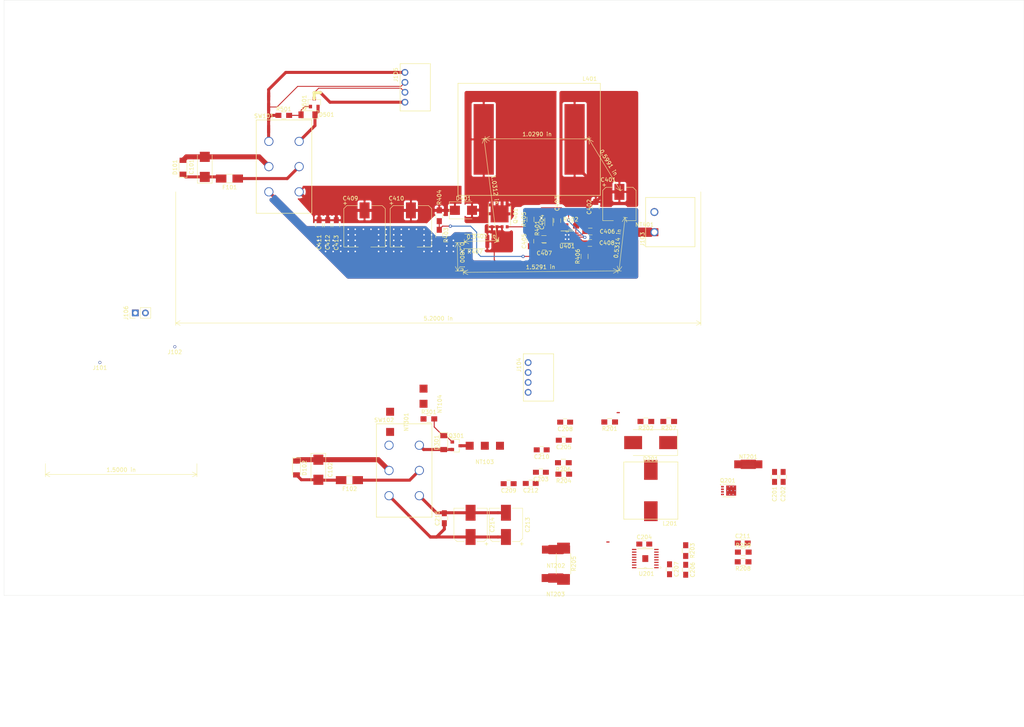
<source format=kicad_pcb>
(kicad_pcb (version 20171130) (host pcbnew "(5.1.0)-1")
  (layers (0 F.Cu signal) (31 B.Cu signal) (34 B.Paste user) (35 F.Paste user) (36 B.SilkS user) (37 F.SilkS user) (38 B.Mask user) (39 F.Mask user) (44 Edge.Cuts user))
  (net 0 "")
  (net 1 /bias_rail)
  (net 2 GND)
  (net 3 /reset_rail)
  (net 4 +5V)
  (net 5 /RESET+)
  (net 6 "Net-(C210-Pad2)")
  (net 7 "Net-(C211-Pad2)")
  (net 8 /RESET-)
  (net 9 /BIAS-)
  (net 10 "/Bias Supply/rc")
  (net 11 "/Bias Supply/ss")
  (net 12 "Net-(C405-Pad1)")
  (net 13 "/Bias Supply/fb")
  (net 14 "/Bias Supply/bp")
  (net 15 "/Bias Supply/comp")
  (net 16 "/Bias Supply/sense")
  (net 17 /BIAS+)
  (net 18 "Net-(D301-Pad1)")
  (net 19 /PSU2_CLAMPED+)
  (net 20 "/Bias Supply/sw_loop")
  (net 21 "Net-(D501-Pad2)")
  (net 22 /PSU1_CLAMPED+)
  (net 23 /PSU_SENSE2-)
  (net 24 /PSU2-)
  (net 25 /PSU2+)
  (net 26 /PSU_SENSE2+)
  (net 27 /PSU_SENSE1+)
  (net 28 /PSU1+)
  (net 29 /PSU1-)
  (net 30 /PSU_SENSE1-)
  (net 31 "/Bias Clamp/Vin+")
  (net 32 "/Bias Clamp/Vin-")
  (net 33 "/Reset Clamp/Vin+")
  (net 34 "/Reset Clamp/Vin-")
  (net 35 /PSU2_CLAMPED-)
  (net 36 /PSU1_CLAMPED-)
  (net 37 "/Bias Supply/gate_drive")
  (net 38 "/Bias Supply/gate")
  (net 39 "/Bias Supply/shunt+")
  (net 40 "Net-(U401-Pad3)")
  (net 41 "/Reset Supply/enable")
  (net 42 "/Reset Supply/vcc")
  (net 43 "/Reset Supply/ramp")
  (net 44 "/Reset Supply/ss")
  (net 45 "/Reset Supply/sw_loop")
  (net 46 "/Reset Supply/bootstrap")
  (net 47 "/Reset Supply/fb")
  (net 48 "/Reset Supply/shunt+")
  (net 49 "/Reset Supply/sense+")
  (net 50 "/Reset Supply/sense-")
  (net 51 "/Reset Supply/out_sense")
  (net 52 "/Reset Supply/gate_drive")
  (net 53 "/Reset Supply/rt")
  (net 54 "/Reset Supply/dither")
  (net 55 "/Reset Supply/comp")
  (net 56 /bias_in)
  (net 57 /reset_in)
  (net 58 /nc1)
  (net 59 /nc2)
  (net 60 "/Reset Supply/vin")
  (net 61 "/Bias Supply/vin")
  (net 62 "Net-(NT402-Pad2)")
  (module Resistors_SMD:R_2512 (layer F.Cu) (at 141.3256 73.4314 180)
    (fp_text reference R407 (at 0 -2.6 180) (layer F.SilkS))
    (fp_text value 6m)
    (pad 2 smd rect (at 3.1 0 180) (size 1 3.2) (layers F.Cu F.Paste F.Mask) (net 9 /BIAS-))
    (pad 1 smd rect (at -3.1 0 180) (size 1 3.2) (layers F.Cu F.Paste F.Mask) (net 39 "/Bias Supply/shunt+"))
  )
  (module Diodes_SMD:D_SMB (layer F.Cu) (at 138.421 65.6082)
    (fp_text reference D401 (at 0 -3) (layer F.SilkS))
    (fp_text value MBRS2040LT3G)
    (pad 2 smd rect (at 2.15 0) (size 2.5 2.3) (layers F.Cu F.Paste F.Mask) (net 20 "/Bias Supply/sw_loop"))
    (pad 1 smd rect (at -2.15 0) (size 2.5 2.3) (layers F.Cu F.Paste F.Mask) (net 17 /BIAS+))
  )
  (module Diodes_SMD:D_MiniMELF (layer F.Cu) (at 96.4184 130.4544 270)
    (fp_text reference D102 (at 0 -2 270) (layer F.SilkS))
    (fp_text value BZV55B27)
    (pad 2 smd rect (at 1.75 0 270) (size 1.3 1.7) (layers F.Cu F.Paste F.Mask) (net 3 /reset_rail))
    (pad 1 smd rect (at -1.75 0 270) (size 1.3 1.7) (layers F.Cu F.Paste F.Mask) (net 2 GND))
  )
  (module Diodes_SMD:D_MiniMELF (layer F.Cu) (at 67.8688 54.7751 90)
    (fp_text reference D101 (at 0 -2 90) (layer F.SilkS))
    (fp_text value BZV55B27)
    (pad 2 smd rect (at 1.75 0 90) (size 1.3 1.7) (layers F.Cu F.Paste F.Mask) (net 2 GND))
    (pad 1 smd rect (at -1.75 0 90) (size 1.3 1.7) (layers F.Cu F.Paste F.Mask) (net 1 /bias_rail))
  )
  (module Diodes_SMD:D_MiniMELF (layer F.Cu) (at 133.4516 124.0816 270)
    (fp_text reference D301 (at 0 1.8034 270) (layer F.SilkS))
    (fp_text value ZMM5234B)
    (pad 2 smd rect (at 1.75 0 270) (size 1.3 1.7) (layers F.Cu F.Paste F.Mask) (net 19 /PSU2_CLAMPED+))
    (pad 1 smd rect (at -1.75 0 270) (size 1.3 1.7) (layers F.Cu F.Paste F.Mask) (net 18 "Net-(D301-Pad1)"))
  )
  (module Diodes_SMD:D_MiniMELF (layer F.Cu) (at 99.314 41.5544 180)
    (fp_text reference D501 (at -4.6736 0.0254 180) (layer F.SilkS))
    (fp_text value ZMM5234B)
    (pad 2 smd rect (at 1.75 0 180) (size 1.3 1.7) (layers F.Cu F.Paste F.Mask) (net 21 "Net-(D501-Pad2)"))
    (pad 1 smd rect (at -1.75 0 180) (size 1.3 1.7) (layers F.Cu F.Paste F.Mask) (net 22 /PSU1_CLAMPED+))
  )
  (module Oddities:NetTie-II_SMD (layer F.Cu) (at 128.3716 114.3 90)
    (fp_text reference NT104 (at -0.04064 4.06908 90) (layer F.SilkS))
    (fp_text value Net-Tie_3)
    (pad 3 smd rect (at 3.81 0 90) (size 1.99898 1.99898) (layers F.Cu F.Paste F.Mask) (net 25 /PSU2+))
    (pad 2 smd rect (at 0 0 90) (size 1.99898 1.99898) (layers F.Cu F.Paste F.Mask) (net 26 /PSU_SENSE2+))
    (pad 1 smd rect (at -3.81 0 90) (size 1.3 1.5) (layers F.Cu) (net 34 "/Reset Clamp/Vin-"))
  )
  (module Oddities:NetTie-II_SMD (layer F.Cu) (at 143.7894 124.8664)
    (fp_text reference NT103 (at -0.04064 4.06908) (layer F.SilkS))
    (fp_text value Net-Tie_3)
    (pad 3 smd rect (at 3.81 0) (size 1.99898 1.99898) (layers F.Cu F.Paste F.Mask) (net 24 /PSU2-))
    (pad 2 smd rect (at 0 0) (size 1.99898 1.99898) (layers F.Cu F.Paste F.Mask) (net 23 /PSU_SENSE2-))
    (pad 1 smd rect (at -3.81 0) (size 1.99898 1.99898) (layers F.Cu F.Paste F.Mask) (net 33 "/Reset Clamp/Vin+"))
  )
  (module Oddities:NetTie-I_SMD (layer F.Cu) (at 119.9642 118.8466 90)
    (fp_text reference NT301 (at -0.04064 4.06908 90) (layer F.SilkS))
    (fp_text value Net-Tie_2)
    (pad 2 smd rect (at 2.54 0 90) (size 1.99898 1.99898) (layers F.Cu F.Paste F.Mask) (net 34 "/Reset Clamp/Vin-"))
    (pad 1 smd rect (at -2.54 0 90) (size 1.99898 1.99898) (layers F.Cu F.Paste F.Mask) (net 35 /PSU2_CLAMPED-))
  )
  (module Oddities:NetTie-I_SMD (layer F.Cu) (at 162.8648 77.4446)
    (fp_text reference NT402)
    (fp_text value Net-Tie_2)
    (pad 2 smd rect (at 3.81 -4.1021) (size 1.4224 0.2794) (layers F.Cu) (net 62 "Net-(NT402-Pad2)"))
    (pad 1 smd circle (at 3.8608 -3.048) (size 0.381 0.381) (layers F.Cu) (net 9 /BIAS-))
  )
  (module Oddities:NetTie-I_SMD (layer F.Cu) (at 169.291 69.5452)
    (fp_text reference NT403)
    (fp_text value Net-Tie_2)
    (pad 2 smd circle (at -2.667 -1.7272) (size 0.381 0.381) (layers F.Cu) (net 4 +5V))
    (pad 1 smd rect (at -2.54 -0.0254) (size 1.5 1.3) (layers F.Cu) (net 61 "/Bias Supply/vin"))
  )
  (module net_ties:NET-TIE-0.3mm (layer F.Cu) (at 177.3428 116.5352)
    (fp_text reference NT205 hide)
    (fp_text value Net-Tie_2 hide)
    (fp_line (start -0.25 0) (end 0.25 0) (layer F.Cu) (width 0.3))
    (pad 2 smd circle (at 0.25 0) (size 0.3 0.3) (layers F.Cu) (net 4 +5V))
    (pad 1 smd circle (at -0.25 0) (size 0.3 0.3) (layers F.Cu) (net 60 "/Reset Supply/vin"))
  )
  (module net_ties:NET-TIE-0.3mm (layer F.Cu) (at 174.752 149.098)
    (fp_text reference NT204 hide)
    (fp_text value Net-Tie_2 hide)
    (fp_line (start -0.25 0) (end 0.25 0) (layer F.Cu) (width 0.3))
    (pad 2 smd circle (at 0.25 0) (size 0.3 0.3) (layers F.Cu) (net 51 "/Reset Supply/out_sense"))
    (pad 1 smd circle (at -0.25 0) (size 0.3 0.3) (layers F.Cu) (net 8 /RESET-))
  )
  (module Resistors_SMD:R_0805_HandSoldering (layer F.Cu) (at 132.334 71.8566 270)
    (fp_text reference R403 (at 0 -1.7 270) (layer F.SilkS))
    (fp_text value 560)
    (pad 2 smd rect (at 1.35 0 270) (size 1.5 1.3) (layers F.Cu F.Paste F.Mask) (net 9 /BIAS-))
    (pad 1 smd rect (at -1.35 0 270) (size 1.5 1.3) (layers F.Cu F.Paste F.Mask) (net 13 "/Bias Supply/fb"))
  )
  (module Resistors_SMD:R_0805_HandSoldering (layer F.Cu) (at 132.334 66.9798 270)
    (fp_text reference R404 (at -4.6228 0 270) (layer F.SilkS))
    (fp_text value 57k6)
    (pad 2 smd rect (at 1.35 0 270) (size 1.5 1.3) (layers F.Cu F.Paste F.Mask) (net 13 "/Bias Supply/fb"))
    (pad 1 smd rect (at -1.35 0 270) (size 1.5 1.3) (layers F.Cu F.Paste F.Mask) (net 17 /BIAS+))
  )
  (module d4100_mod_board:Phoenix_BCH-508HS-2 (layer F.Cu) (at 186.436 68.58 90)
    (fp_text reference J103 (at -4.3 -3 90) (layer F.SilkS))
    (fp_text value Conn_01x02_Female)
    (pad 2 thru_hole circle (at 2.54 0 90) (size 2 2) (drill 1.4) (layers *.Cu *.Mask) (net 4 +5V))
    (pad 1 thru_hole circle (at -2.54 0 90) (size 2 2) (drill 1.4) (layers *.Cu *.Mask) (net 2 GND))
  )
  (module Oddities:NetTie-I_SMD (layer F.Cu) (at 89.3826 42.6212 90)
    (fp_text reference NT501)
    (fp_text value Net-Tie_2)
    (pad 2 smd rect (at 0.36576 0.0254 90) (size 1.99898 0.762) (layers F.Cu) (net 32 "/Bias Clamp/Vin-"))
    (pad 1 smd rect (at -2.54 0.0254 90) (size 1.99898 0.762) (layers F.Cu) (net 36 /PSU1_CLAMPED-))
  )
  (module Oddities:NetTie-II_SMD (layer F.Cu) (at 89.45626 38.45052 90)
    (fp_text reference NT102)
    (fp_text value Net-Tie_3)
    (pad 3 smd rect (at 1.4859 -0.0381 90) (size 1.99898 0.762) (layers F.Cu) (net 29 /PSU1-))
    (pad 2 smd rect (at -1.1557 -0.0381 90) (size 1.99898 0.762) (layers F.Cu) (net 30 /PSU_SENSE1-))
    (pad 1 smd rect (at -3.81 -0.04826 90) (size 1.99898 0.762) (layers F.Cu) (net 32 "/Bias Clamp/Vin-"))
  )
  (module Oddities:NetTie-II_SMD (layer F.Cu) (at 104.94518 35.54222)
    (fp_text reference NT101)
    (fp_text value Net-Tie_3)
    (pad 1 smd rect (at -4.05384 1.95326 90) (size 0.9 0.8) (layers F.Cu) (net 31 "/Bias Clamp/Vin+"))
    (pad 2 smd circle (at -4.05638 0.44958) (size 0.762 0.762) (layers F.Cu) (net 27 /PSU_SENSE1+))
    (pad 3 smd circle (at -2.50698 0.44958) (size 0.762 0.762) (layers F.Cu) (net 28 /PSU1+))
  )
  (module d4100_mod_board:PM2110-xxxx-RC (layer F.Cu) (at 154.94 47.752 180)
    (fp_text reference L401 (at -15.24 15.24 180) (layer F.SilkS))
    (fp_text value 12u)
    (pad 2 smd rect (at 11.43 0 180) (size 5.08 17.78) (layers F.Cu F.Paste F.Mask) (net 20 "/Bias Supply/sw_loop"))
    (pad 1 smd rect (at -11.43 0 180) (size 5.08 17.78) (layers F.Cu F.Paste F.Mask) (net 4 +5V))
  )
  (module Oddities:NetTie-I_Connected_SMD (layer F.Cu) (at 161.6202 158.1658)
    (fp_text reference NT203 (at -0.04064 4.06908) (layer F.SilkS))
    (fp_text value Net-Tie_2)
    (fp_line (start 1.778 1.016) (end -1.778 1.016) (layer F.Cu) (width 0.3048))
    (fp_line (start -1.778 0.762) (end 1.778 0.762) (layer F.Cu) (width 0.3048))
    (fp_line (start 1.778 0.508) (end -1.778 0.508) (layer F.Cu) (width 0.3048))
    (fp_line (start -1.778 0.254) (end 1.778 0.254) (layer F.Cu) (width 0.3048))
    (fp_line (start 1.778 0) (end -1.778 0) (layer F.Cu) (width 0.3048))
    (fp_line (start -1.778 -0.254) (end 1.778 -0.254) (layer F.Cu) (width 0.3048))
    (fp_line (start 1.778 -0.508) (end -1.778 -0.508) (layer F.Cu) (width 0.3048))
    (fp_line (start -1.778 -0.762) (end 1.778 -0.762) (layer F.Cu) (width 0.3048))
    (fp_line (start 1.778 -1.016) (end -1.778 -1.016) (layer F.Cu) (width 0.3048))
    (pad 2 smd rect (at 2.54 0) (size 1.99898 1.99898) (layers F.Cu) (net 5 /RESET+))
    (pad 1 smd rect (at -2.54 0) (size 1.99898 1.99898) (layers F.Cu F.Paste F.Mask) (net 50 "/Reset Supply/sense-"))
  )
  (module Oddities:NetTie-I_Connected_SMD (layer F.Cu) (at 161.6964 151.003)
    (fp_text reference NT202 (at -0.04064 4.06908) (layer F.SilkS))
    (fp_text value Net-Tie_2)
    (fp_line (start 1.778 1.016) (end -1.778 1.016) (layer F.Cu) (width 0.3048))
    (fp_line (start -1.778 0.762) (end 1.778 0.762) (layer F.Cu) (width 0.3048))
    (fp_line (start 1.778 0.508) (end -1.778 0.508) (layer F.Cu) (width 0.3048))
    (fp_line (start -1.778 0.254) (end 1.778 0.254) (layer F.Cu) (width 0.3048))
    (fp_line (start 1.778 0) (end -1.778 0) (layer F.Cu) (width 0.3048))
    (fp_line (start -1.778 -0.254) (end 1.778 -0.254) (layer F.Cu) (width 0.3048))
    (fp_line (start 1.778 -0.508) (end -1.778 -0.508) (layer F.Cu) (width 0.3048))
    (fp_line (start -1.778 -0.762) (end 1.778 -0.762) (layer F.Cu) (width 0.3048))
    (fp_line (start 1.778 -1.016) (end -1.778 -1.016) (layer F.Cu) (width 0.3048))
    (pad 2 smd rect (at 2.54 0) (size 1.99898 1.99898) (layers F.Cu) (net 48 "/Reset Supply/shunt+"))
    (pad 1 smd rect (at -2.54 0) (size 1.99898 1.99898) (layers F.Cu F.Paste F.Mask) (net 49 "/Reset Supply/sense+"))
  )
  (module Capacitors_Tantalum_SMD:CP_Tantalum_Case-C_EIA-6032-28_Reflow (layer F.Cu) (at 73.3552 54.6758 90)
    (fp_text reference C101 (at 0 -3.35 90) (layer F.SilkS))
    (fp_text value 4u7)
    (pad 1 smd rect (at -2.525 0 90) (size 2.55 2.5) (layers F.Cu F.Paste F.Mask) (net 1 /bias_rail))
    (pad 2 smd rect (at 2.525 0 90) (size 2.55 2.5) (layers F.Cu F.Paste F.Mask) (net 2 GND))
  )
  (module Capacitors_Tantalum_SMD:CP_Tantalum_Case-C_EIA-6032-28_Reflow (layer F.Cu) (at 101.9175 130.9044 270)
    (fp_text reference C102 (at 0 -2.9845 270) (layer F.SilkS))
    (fp_text value 4u7)
    (pad 2 smd rect (at 2.525 0 270) (size 2.55 2.5) (layers F.Cu F.Paste F.Mask) (net 3 /reset_rail))
    (pad 1 smd rect (at -2.525 0 270) (size 2.55 2.5) (layers F.Cu F.Paste F.Mask) (net 2 GND))
  )
  (module Capacitors_SMD:C_0805_HandSoldering (layer F.Cu) (at 216.662 132.715 90)
    (fp_text reference C201 (at -4.318 0 90) (layer F.SilkS))
    (fp_text value 10u)
    (pad 1 smd rect (at -1.25 0 90) (size 1.5 1.25) (layers F.Cu F.Paste F.Mask) (net 4 +5V))
    (pad 2 smd rect (at 1.25 0 90) (size 1.5 1.25) (layers F.Cu F.Paste F.Mask) (net 2 GND))
  )
  (module Capacitors_SMD:C_0805_HandSoldering (layer F.Cu) (at 218.821 132.715 90)
    (fp_text reference C202 (at -4.318 0 90) (layer F.SilkS))
    (fp_text value 470n)
    (pad 2 smd rect (at 1.25 0 90) (size 1.5 1.25) (layers F.Cu F.Paste F.Mask) (net 2 GND))
    (pad 1 smd rect (at -1.25 0 90) (size 1.5 1.25) (layers F.Cu F.Paste F.Mask) (net 4 +5V))
  )
  (module Capacitors_SMD:C_0805_HandSoldering (layer F.Cu) (at 157.892699 131.537399 180)
    (fp_text reference C203 (at 0 -1.75 180) (layer F.SilkS))
    (fp_text value 68n)
    (pad 2 smd rect (at 1.25 0 180) (size 1.5 1.25) (layers F.Cu F.Paste F.Mask) (net 5 /RESET+))
    (pad 1 smd rect (at -1.25 0 180) (size 1.5 1.25) (layers F.Cu F.Paste F.Mask) (net 41 "/Reset Supply/enable"))
  )
  (module Capacitors_SMD:C_0805_HandSoldering (layer F.Cu) (at 183.896 149.606)
    (fp_text reference C204 (at 0 -1.75) (layer F.SilkS))
    (fp_text value 22n)
    (pad 2 smd rect (at 1.25 0) (size 1.5 1.25) (layers F.Cu F.Paste F.Mask) (net 5 /RESET+))
    (pad 1 smd rect (at -1.25 0) (size 1.5 1.25) (layers F.Cu F.Paste F.Mask) (net 54 "/Reset Supply/dither"))
  )
  (module Capacitors_SMD:C_0805_HandSoldering (layer F.Cu) (at 163.642699 123.467399 180)
    (fp_text reference C205 (at 0 -1.75 180) (layer F.SilkS))
    (fp_text value 100n)
    (pad 2 smd rect (at 1.25 0 180) (size 1.5 1.25) (layers F.Cu F.Paste F.Mask) (net 5 /RESET+))
    (pad 1 smd rect (at -1.25 0 180) (size 1.5 1.25) (layers F.Cu F.Paste F.Mask) (net 42 "/Reset Supply/vcc"))
  )
  (module Capacitors_SMD:C_0805_HandSoldering (layer F.Cu) (at 194.31 156.083 270)
    (fp_text reference C206 (at 0 -1.75 270) (layer F.SilkS))
    (fp_text value 300p)
    (pad 1 smd rect (at -1.25 0 270) (size 1.5 1.25) (layers F.Cu F.Paste F.Mask) (net 43 "/Reset Supply/ramp"))
    (pad 2 smd rect (at 1.25 0 270) (size 1.5 1.25) (layers F.Cu F.Paste F.Mask) (net 5 /RESET+))
  )
  (module Capacitors_SMD:C_0805_HandSoldering (layer F.Cu) (at 190.246 155.956 270)
    (fp_text reference C207 (at 0 -1.75 270) (layer F.SilkS))
    (fp_text value 100n)
    (pad 1 smd rect (at -1.25 0 270) (size 1.5 1.25) (layers F.Cu F.Paste F.Mask) (net 44 "/Reset Supply/ss"))
    (pad 2 smd rect (at 1.25 0 270) (size 1.5 1.25) (layers F.Cu F.Paste F.Mask) (net 5 /RESET+))
  )
  (module Capacitors_SMD:C_0805_HandSoldering (layer F.Cu) (at 163.992699 118.917399 180)
    (fp_text reference C208 (at 0 -1.75 180) (layer F.SilkS))
    (fp_text value 100n)
    (pad 1 smd rect (at -1.25 0 180) (size 1.5 1.25) (layers F.Cu F.Paste F.Mask) (net 45 "/Reset Supply/sw_loop"))
    (pad 2 smd rect (at 1.25 0 180) (size 1.5 1.25) (layers F.Cu F.Paste F.Mask) (net 46 "/Reset Supply/bootstrap"))
  )
  (module Capacitors_SMD:C_0805_HandSoldering (layer F.Cu) (at 149.782699 134.417399 180)
    (fp_text reference C209 (at 0 -1.75 180) (layer F.SilkS))
    (fp_text value 110p)
    (pad 1 smd rect (at -1.25 0 180) (size 1.5 1.25) (layers F.Cu F.Paste F.Mask) (net 47 "/Reset Supply/fb"))
    (pad 2 smd rect (at 1.25 0 180) (size 1.5 1.25) (layers F.Cu F.Paste F.Mask) (net 55 "/Reset Supply/comp"))
  )
  (module Capacitors_SMD:C_0805_HandSoldering (layer F.Cu) (at 158.092699 125.897399 180)
    (fp_text reference C210 (at 0 -1.75 180) (layer F.SilkS))
    (fp_text value 510p)
    (pad 2 smd rect (at 1.25 0 180) (size 1.5 1.25) (layers F.Cu F.Paste F.Mask) (net 6 "Net-(C210-Pad2)"))
    (pad 1 smd rect (at -1.25 0 180) (size 1.5 1.25) (layers F.Cu F.Paste F.Mask) (net 47 "/Reset Supply/fb"))
  )
  (module Capacitors_SMD:C_0805_HandSoldering (layer F.Cu) (at 208.661 149.352)
    (fp_text reference C211 (at 0 -1.75) (layer F.SilkS))
    (fp_text value 330p)
    (pad 1 smd rect (at -1.25 0) (size 1.5 1.25) (layers F.Cu F.Paste F.Mask) (net 47 "/Reset Supply/fb"))
    (pad 2 smd rect (at 1.25 0) (size 1.5 1.25) (layers F.Cu F.Paste F.Mask) (net 7 "Net-(C211-Pad2)"))
  )
  (module Capacitors_SMD:C_0805_HandSoldering (layer F.Cu) (at 155.332699 134.357399 180)
    (fp_text reference C212 (at 0 -1.75 180) (layer F.SilkS))
    (fp_text value 330p)
    (pad 1 smd rect (at -1.25 0 180) (size 1.5 1.25) (layers F.Cu F.Paste F.Mask) (net 4 +5V))
    (pad 2 smd rect (at 1.25 0 180) (size 1.5 1.25) (layers F.Cu F.Paste F.Mask) (net 5 /RESET+))
  )
  (module Capacitors_SMD:CP_Elec_8x6.7 (layer F.Cu) (at 149.098 144.78 90)
    (fp_text reference C213 (at 0 5.45 90) (layer F.SilkS))
    (fp_text value 18u)
    (fp_text user + (at -4.78 3.91 90) (layer F.SilkS))
    (pad 1 smd rect (at -3.05 0 270) (size 4 2.5) (layers F.Cu F.Paste F.Mask) (net 8 /RESET-))
    (pad 2 smd rect (at 3.05 0 270) (size 4 2.5) (layers F.Cu F.Paste F.Mask) (net 5 /RESET+))
  )
  (module Capacitors_SMD:CP_Elec_8x6.7 (layer F.Cu) (at 140.208 144.78 90)
    (fp_text reference C214 (at 0 5.45 90) (layer F.SilkS))
    (fp_text value 18u)
    (fp_text user + (at -4.78 3.91 90) (layer F.SilkS))
    (pad 2 smd rect (at 3.05 0 270) (size 4 2.5) (layers F.Cu F.Paste F.Mask) (net 5 /RESET+))
    (pad 1 smd rect (at -3.05 0 270) (size 4 2.5) (layers F.Cu F.Paste F.Mask) (net 8 /RESET-))
  )
  (module Capacitors_SMD:C_0805_HandSoldering (layer F.Cu) (at 133.604 143.109 90)
    (fp_text reference C215 (at 0 -1.75 90) (layer F.SilkS))
    (fp_text value 2u2)
    (pad 2 smd rect (at 1.25 0 90) (size 1.5 1.25) (layers F.Cu F.Paste F.Mask) (net 5 /RESET+))
    (pad 1 smd rect (at -1.25 0 90) (size 1.5 1.25) (layers F.Cu F.Paste F.Mask) (net 8 /RESET-))
  )
  (module Capacitors_SMD:CP_Elec_8x10 (layer F.Cu) (at 177.6349 64.0207 270)
    (fp_text reference C401 (at -6.096 2.794) (layer F.SilkS))
    (fp_text value 100u)
    (fp_text user + (at -4.78 3.9 270) (layer F.SilkS))
    (pad 1 smd rect (at -3.05 0 90) (size 4 2.5) (layers F.Cu F.Paste F.Mask) (net 4 +5V))
    (pad 2 smd rect (at 3.05 0 90) (size 4 2.5) (layers F.Cu F.Paste F.Mask) (net 9 /BIAS-))
  )
  (module Capacitors_SMD:C_0805_HandSoldering (layer F.Cu) (at 171.704 64.75 270)
    (fp_text reference C402 (at 0 1.6637 270) (layer F.SilkS))
    (fp_text value 470n)
    (pad 2 smd rect (at 1.25 0 270) (size 1.5 1.25) (layers F.Cu F.Paste F.Mask) (net 9 /BIAS-))
    (pad 1 smd rect (at -1.25 0 270) (size 1.5 1.25) (layers F.Cu F.Paste F.Mask) (net 4 +5V))
  )
  (module Capacitors_SMD:C_0805_HandSoldering (layer F.Cu) (at 162.0139 68.199 270)
    (fp_text reference C403 (at -4.318 0.0254 270) (layer F.SilkS))
    (fp_text value 91p)
    (pad 2 smd rect (at 1.25 0 270) (size 1.5 1.25) (layers F.Cu F.Paste F.Mask) (net 10 "/Bias Supply/rc"))
    (pad 1 smd rect (at -1.25 0 270) (size 1.5 1.25) (layers F.Cu F.Paste F.Mask) (net 9 /BIAS-))
  )
  (module Capacitors_SMD:C_1206_HandSoldering (layer F.Cu) (at 159.9057 68.5231 90)
    (fp_text reference C404 (at -0.0569 -1.75 90) (layer F.SilkS))
    (fp_text value 39n)
    (pad 1 smd rect (at -2 0 90) (size 2 1.6) (layers F.Cu F.Paste F.Mask) (net 11 "/Bias Supply/ss"))
    (pad 2 smd rect (at 2 0 90) (size 2 1.6) (layers F.Cu F.Paste F.Mask) (net 9 /BIAS-))
  )
  (module Capacitors_SMD:C_0805_HandSoldering (layer F.Cu) (at 155.2448 73.3872 270)
    (fp_text reference C405 (at 0 1.562199 270) (layer F.SilkS))
    (fp_text value 15n)
    (pad 1 smd rect (at -1.25 0 270) (size 1.5 1.25) (layers F.Cu F.Paste F.Mask) (net 12 "Net-(C405-Pad1)"))
    (pad 2 smd rect (at 1.25 0 270) (size 1.5 1.25) (layers F.Cu F.Paste F.Mask) (net 13 "/Bias Supply/fb"))
  )
  (module Capacitors_SMD:C_0805_HandSoldering (layer F.Cu) (at 170.3124 70.9422)
    (fp_text reference C406 (at 4.2926 0) (layer F.SilkS))
    (fp_text value 1u)
    (pad 2 smd rect (at 1.25 0) (size 1.5 1.25) (layers F.Cu F.Paste F.Mask) (net 9 /BIAS-))
    (pad 1 smd rect (at -1.25 0) (size 1.5 1.25) (layers F.Cu F.Paste F.Mask) (net 14 "/Bias Supply/bp"))
  )
  (module Capacitors_SMD:C_0805_HandSoldering (layer F.Cu) (at 158.75 74.7522 180)
    (fp_text reference C407 (at 0 -1.651) (layer F.SilkS))
    (fp_text value 680p)
    (pad 2 smd rect (at 1.25 0 180) (size 1.5 1.25) (layers F.Cu F.Paste F.Mask) (net 13 "/Bias Supply/fb"))
    (pad 1 smd rect (at -1.25 0 180) (size 1.5 1.25) (layers F.Cu F.Paste F.Mask) (net 15 "/Bias Supply/comp"))
  )
  (module Capacitors_SMD:C_0805_HandSoldering (layer F.Cu) (at 170.2108 73.8228)
    (fp_text reference C408 (at 4.2926 0) (layer F.SilkS))
    (fp_text value 330p)
    (pad 1 smd rect (at -1.25 0) (size 1.5 1.25) (layers F.Cu F.Paste F.Mask) (net 16 "/Bias Supply/sense"))
    (pad 2 smd rect (at 1.25 0) (size 1.5 1.25) (layers F.Cu F.Paste F.Mask) (net 9 /BIAS-))
  )
  (module Capacitors_SMD:CP_Elec_10x10.5 (layer F.Cu) (at 113.535599 69.629601 270)
    (fp_text reference C409 (at -7.018601 3.553599) (layer F.SilkS))
    (fp_text value 68u)
    (fp_text user + (at -5.78 4.97 270) (layer F.SilkS))
    (pad 2 smd rect (at 4 0 90) (size 4 2.5) (layers F.Cu F.Paste F.Mask) (net 9 /BIAS-))
    (pad 1 smd rect (at -4 0 90) (size 4 2.5) (layers F.Cu F.Paste F.Mask) (net 17 /BIAS+))
  )
  (module Capacitors_SMD:CP_Elec_10x10.5 (layer F.Cu) (at 125.195599 69.629601 270)
    (fp_text reference C410 (at -7.018601 3.656599) (layer F.SilkS))
    (fp_text value 68u)
    (fp_text user + (at -5.78 4.97 270) (layer F.SilkS))
    (pad 2 smd rect (at 4 0 90) (size 4 2.5) (layers F.Cu F.Paste F.Mask) (net 9 /BIAS-))
    (pad 1 smd rect (at -4 0 90) (size 4 2.5) (layers F.Cu F.Paste F.Mask) (net 17 /BIAS+))
  )
  (module Capacitors_SMD:C_0805_HandSoldering (layer F.Cu) (at 102.108 69.342 270)
    (fp_text reference C411 (at 4.318 0 270) (layer F.SilkS))
    (fp_text value 1u)
    (pad 1 smd rect (at -1.25 0 270) (size 1.5 1.25) (layers F.Cu F.Paste F.Mask) (net 17 /BIAS+))
    (pad 2 smd rect (at 1.25 0 270) (size 1.5 1.25) (layers F.Cu F.Paste F.Mask) (net 9 /BIAS-))
  )
  (module Capacitors_SMD:C_0805_HandSoldering (layer F.Cu) (at 104.267 69.342 270)
    (fp_text reference C412 (at 4.338 0 270) (layer F.SilkS))
    (fp_text value 1u)
    (pad 1 smd rect (at -1.25 0 270) (size 1.5 1.25) (layers F.Cu F.Paste F.Mask) (net 17 /BIAS+))
    (pad 2 smd rect (at 1.25 0 270) (size 1.5 1.25) (layers F.Cu F.Paste F.Mask) (net 9 /BIAS-))
  )
  (module Capacitors_SMD:C_0805_HandSoldering (layer F.Cu) (at 106.426 69.342 270)
    (fp_text reference C413 (at 4.425 0 270) (layer F.SilkS))
    (fp_text value 1u)
    (pad 2 smd rect (at 1.25 0 270) (size 1.5 1.25) (layers F.Cu F.Paste F.Mask) (net 9 /BIAS-))
    (pad 1 smd rect (at -1.25 0 270) (size 1.5 1.25) (layers F.Cu F.Paste F.Mask) (net 17 /BIAS+))
  )
  (module Diodes_SMD:D_SMC_Handsoldering (layer F.Cu) (at 185.492699 124.072399 180)
    (fp_text reference D201 (at 0 -4.1 180) (layer F.SilkS))
    (fp_text value B560C-13-F)
    (pad 1 smd rect (at -4.4 0 270) (size 3.3 4.5) (layers F.Cu F.Paste F.Mask) (net 45 "/Reset Supply/sw_loop"))
    (pad 2 smd rect (at 4.4 0 270) (size 3.3 4.5) (layers F.Cu F.Paste F.Mask) (net 48 "/Reset Supply/shunt+"))
  )
  (module Fuse_Holders_and_Fuses:Fuse_SMD1206_HandSoldering (layer F.Cu) (at 79.5528 57.6199 180)
    (fp_text reference F101 (at -0.05 -2.2 180) (layer F.SilkS))
    (fp_text value Polyfuse)
    (pad 2 smd rect (at 2.09 0 270) (size 2.03 2.65) (layers F.Cu F.Paste F.Mask) (net 1 /bias_rail))
    (pad 1 smd rect (at -2.09 0 270) (size 2.03 2.65) (layers F.Cu F.Paste F.Mask) (net 56 /bias_in))
  )
  (module Fuse_Holders_and_Fuses:Fuse_SMD1206_HandSoldering (layer F.Cu) (at 109.728 133.5244 180)
    (fp_text reference F102 (at -0.05 -2.2 180) (layer F.SilkS))
    (fp_text value Polyfuse)
    (pad 1 smd rect (at -2.09 0 270) (size 2.03 2.65) (layers F.Cu F.Paste F.Mask) (net 57 /reset_in))
    (pad 2 smd rect (at 2.09 0 270) (size 2.03 2.65) (layers F.Cu F.Paste F.Mask) (net 3 /reset_rail))
  )
  (module Mounting_Holes:MountingHole_3.2mm_M3 (layer F.Cu) (at 71.374 127.7366)
    (fp_text reference H101)
    (fp_text value M3)
    (pad 1 np_thru_hole circle (at 0 0) (size 3.2 3.2) (drill 3.2) (layers *.Cu *.Mask))
  )
  (module Mounting_Holes:MountingHole_3.2mm_M3 (layer F.Cu) (at 33.274 127.7366)
    (fp_text reference H102)
    (fp_text value M3)
    (pad 1 np_thru_hole circle (at 0 0) (size 3.2 3.2) (drill 3.2) (layers *.Cu *.Mask))
  )
  (module d4100_mod_board:mill-max_0985-x-15-20-71-14-11-0 (layer F.Cu) (at 46.9646 103.9114)
    (fp_text reference J101 (at 0 1.3335) (layer F.SilkS))
    (fp_text value Pogo_Pin)
    (pad 1 thru_hole circle (at 0 0) (size 0.7366 0.7366) (drill 0.4826) (layers *.Cu *.Mask) (net 1 /bias_rail))
  )
  (module d4100_mod_board:mill-max_0985-x-15-20-71-14-11-0 (layer F.Cu) (at 65.8114 99.949)
    (fp_text reference J102 (at 0 1.3335) (layer F.SilkS))
    (fp_text value Pogo_Pin)
    (pad 1 thru_hole circle (at 0 0) (size 0.7366 0.7366) (drill 0.4826) (layers *.Cu *.Mask) (net 3 /reset_rail))
  )
  (module d4100_mod_board:Phoenix_PTSM_0,5_4-HH-2,5-THR (layer F.Cu) (at 154.686 106.426 90)
    (fp_text reference J104 (at 1.9 -2.3 90) (layer F.SilkS))
    (fp_text value Conn_01x04_Female)
    (pad 4 thru_hole circle (at 2.5 0 90) (size 1.7 1.7) (drill 1.1) (layers *.Cu *.Mask) (net 25 /PSU2+))
    (pad 3 thru_hole circle (at 0 0 90) (size 1.7 1.7) (drill 1.1) (layers *.Cu *.Mask) (net 26 /PSU_SENSE2+))
    (pad 2 thru_hole circle (at -2.5 0 90) (size 1.7 1.7) (drill 1.1) (layers *.Cu *.Mask) (net 23 /PSU_SENSE2-))
    (pad 1 thru_hole circle (at -5 0 90) (size 1.7 1.7) (drill 1.1) (layers *.Cu *.Mask) (net 24 /PSU2-))
  )
  (module d4100_mod_board:Phoenix_PTSM_0,5_4-HH-2,5-THR (layer F.Cu) (at 123.698 33.401 90)
    (fp_text reference J105 (at 1.9 -2.3 90) (layer F.SilkS))
    (fp_text value Conn_01x04_Female)
    (pad 1 thru_hole circle (at -5 0 90) (size 1.7 1.7) (drill 1.1) (layers *.Cu *.Mask) (net 28 /PSU1+))
    (pad 2 thru_hole circle (at -2.5 0 90) (size 1.7 1.7) (drill 1.1) (layers *.Cu *.Mask) (net 27 /PSU_SENSE1+))
    (pad 3 thru_hole circle (at 0 0 90) (size 1.7 1.7) (drill 1.1) (layers *.Cu *.Mask) (net 30 /PSU_SENSE1-))
    (pad 4 thru_hole circle (at 2.5 0 90) (size 1.7 1.7) (drill 1.1) (layers *.Cu *.Mask) (net 29 /PSU1-))
  )
  (module Pin_Headers:Pin_Header_Straight_1x02_Pitch2.54mm (layer F.Cu) (at 55.88 91.44 90)
    (fp_text reference J106 (at 0 -2.33 90) (layer F.SilkS))
    (fp_text value Conn_01x02_Male)
    (pad 1 thru_hole rect (at 0 0 90) (size 1.7 1.7) (drill 1) (layers *.Cu *.Mask) (net 58 /nc1))
    (pad 2 thru_hole oval (at 0 2.54 90) (size 1.7 1.7) (drill 1) (layers *.Cu *.Mask) (net 59 /nc2))
  )
  (module d4100_mod_board:L_Coilcraft_MLC1565 (layer F.Cu) (at 185.542699 136.1474 180)
    (fp_text reference L201 (at -4.8 -8.3 180) (layer F.SilkS))
    (fp_text value 3u7)
    (pad 1 smd rect (at 0 -5.2 180) (size 3.4 5) (layers F.Cu F.Paste F.Mask) (net 45 "/Reset Supply/sw_loop"))
    (pad 2 smd rect (at 0 5.2 180) (size 3.4 5) (layers F.Cu F.Paste F.Mask) (net 8 /RESET-))
  )
  (module Oddities:NetTie-I_Connected_SMD (layer F.Cu) (at 210.058 129.54 180)
    (fp_text reference NT201 (at 0.01781 1.886799 180) (layer F.SilkS))
    (fp_text value Net-Tie_2)
    (fp_line (start 1.778 1.016) (end -1.778 1.016) (layer F.Cu) (width 0.3048))
    (fp_line (start -1.778 0.762) (end 1.778 0.762) (layer F.Cu) (width 0.3048))
    (fp_line (start 1.778 0.508) (end -1.778 0.508) (layer F.Cu) (width 0.3048))
    (fp_line (start -1.778 0.254) (end 1.778 0.254) (layer F.Cu) (width 0.3048))
    (fp_line (start 1.778 0) (end -1.778 0) (layer F.Cu) (width 0.3048))
    (fp_line (start -1.778 -0.254) (end 1.778 -0.254) (layer F.Cu) (width 0.3048))
    (fp_line (start 1.778 -0.508) (end -1.778 -0.508) (layer F.Cu) (width 0.3048))
    (fp_line (start -1.778 -0.762) (end 1.778 -0.762) (layer F.Cu) (width 0.3048))
    (fp_line (start 1.778 -1.016) (end -1.778 -1.016) (layer F.Cu) (width 0.3048))
    (pad 2 smd rect (at 2.54 0 180) (size 1.99898 1.99898) (layers F.Cu F.Paste F.Mask) (net 8 /RESET-))
    (pad 1 smd rect (at -2.54 0 180) (size 1.99898 1.99898) (layers F.Cu F.Paste F.Mask) (net 2 GND))
  )
  (module Oddities:NetTie-I_Connected_SMD (layer F.Cu) (at 183.896 71.12 180)
    (fp_text reference NT401 (at -0.06369 1.897999 180) (layer F.SilkS))
    (fp_text value Net-Tie_2)
    (fp_line (start 1.778 1.016) (end -1.778 1.016) (layer F.Cu) (width 0.3048))
    (fp_line (start -1.778 0.762) (end 1.778 0.762) (layer F.Cu) (width 0.3048))
    (fp_line (start 1.778 0.508) (end -1.778 0.508) (layer F.Cu) (width 0.3048))
    (fp_line (start -1.778 0.254) (end 1.778 0.254) (layer F.Cu) (width 0.3048))
    (fp_line (start 1.778 0) (end -1.778 0) (layer F.Cu) (width 0.3048))
    (fp_line (start -1.778 -0.254) (end 1.778 -0.254) (layer F.Cu) (width 0.3048))
    (fp_line (start 1.778 -0.508) (end -1.778 -0.508) (layer F.Cu) (width 0.3048))
    (fp_line (start -1.778 -0.762) (end 1.778 -0.762) (layer F.Cu) (width 0.3048))
    (fp_line (start 1.778 -1.016) (end -1.778 -1.016) (layer F.Cu) (width 0.3048))
    (pad 2 smd rect (at 2.54 0 180) (size 1.99898 1.99898) (layers F.Cu) (net 9 /BIAS-))
    (pad 1 smd rect (at -2.54 0 180) (size 1.99898 1.99898) (layers F.Cu) (net 2 GND))
  )
  (module CSD18543Q3A:SON65P300X315X90-9N (layer F.Cu) (at 205.105 136.144)
    (fp_text reference Q201 (at -0.218 -2.50802) (layer F.SilkS))
    (fp_text value CSD18543Q3A)
    (pad P$12 thru_hole circle (at 1.15 0.975) (size 0.25 0.25) (drill 0.2) (layers *.Cu *.Mask))
    (pad P$11 thru_hole circle (at 0.245 0.975) (size 0.25 0.25) (drill 0.2) (layers *.Cu *.Mask))
    (pad P$10 thru_hole circle (at 0.245 -0.975) (size 0.25 0.25) (drill 0.2) (layers *.Cu *.Mask))
    (pad P$9 thru_hole circle (at 1.15 -0.975) (size 0.25 0.25) (drill 0.2) (layers *.Cu *.Mask))
    (pad P$8 thru_hole circle (at 1.603 0) (size 0.25 0.25) (drill 0.2) (layers *.Cu *.Mask))
    (pad P$7 thru_hole circle (at 0.698 0) (size 0.25 0.25) (drill 0.2) (layers *.Cu *.Mask))
    (pad P$6 thru_hole circle (at -0.207 0) (size 0.25 0.25) (drill 0.2) (layers *.Cu *.Mask))
    (pad 59 smd rect (at 0.645 0) (size 2.51 2.55) (layers F.Cu F.Paste F.Mask) (net 4 +5V))
    (pad 4 smd rect (at -1.55 0.975) (size 0.7 0.4) (layers F.Cu F.Paste F.Mask) (net 52 "/Reset Supply/gate_drive"))
    (pad 3 smd rect (at -1.55 0.325) (size 0.7 0.4) (layers F.Cu F.Paste F.Mask) (net 45 "/Reset Supply/sw_loop"))
    (pad 1 smd rect (at -1.55 -0.975) (size 0.7 0.4) (layers F.Cu F.Paste F.Mask) (net 45 "/Reset Supply/sw_loop"))
    (pad 2 smd rect (at -1.55 -0.325) (size 0.7 0.4) (layers F.Cu F.Paste F.Mask) (net 45 "/Reset Supply/sw_loop"))
  )
  (module TO_SOT_Packages_SMD:SOT-23 (layer F.Cu) (at 136.612301 124.8664)
    (fp_text reference Q301 (at 0 -2.5) (layer F.SilkS))
    (fp_text value DMN6140LQ-7)
    (pad 3 smd rect (at 1 0) (size 0.9 0.8) (layers F.Cu F.Paste F.Mask) (net 33 "/Reset Clamp/Vin+"))
    (pad 2 smd rect (at -1 0.95) (size 0.9 0.8) (layers F.Cu F.Paste F.Mask) (net 19 /PSU2_CLAMPED+))
    (pad 1 smd rect (at -1 -0.95) (size 0.9 0.8) (layers F.Cu F.Paste F.Mask) (net 18 "Net-(D301-Pad1)"))
  )
  (module TO_SOT_Packages_SMD:TDSON-8-1 (layer F.Cu) (at 147.4978 67.0099 90)
    (fp_text reference Q401 (at 0 4 90) (layer F.SilkS))
    (fp_text value CSD18504Q5A)
    (pad 1 smd rect (at -2.75 -1.91) (size 0.7 0.8) (layers F.Cu F.Paste F.Mask) (net 39 "/Bias Supply/shunt+"))
    (pad 2 smd rect (at -2.75 -0.64) (size 0.7 0.8) (layers F.Cu F.Paste F.Mask) (net 39 "/Bias Supply/shunt+"))
    (pad 3 smd rect (at -2.75 0.64) (size 0.7 0.8) (layers F.Cu F.Paste F.Mask) (net 39 "/Bias Supply/shunt+"))
    (pad 4 smd rect (at -2.75 1.91) (size 0.7 0.8) (layers F.Cu F.Paste F.Mask) (net 38 "/Bias Supply/gate"))
    (pad 5 smd rect (at 2.75 1.91) (size 0.7 0.8) (layers F.Cu F.Paste F.Mask) (net 20 "/Bias Supply/sw_loop"))
    (pad 5 smd rect (at 2.75 0.64) (size 0.7 0.8) (layers F.Cu F.Paste F.Mask) (net 20 "/Bias Supply/sw_loop"))
    (pad 5 smd rect (at 2.75 -0.64) (size 0.7 0.8) (layers F.Cu F.Paste F.Mask) (net 20 "/Bias Supply/sw_loop"))
    (pad 5 smd rect (at 2.75 -1.91) (size 0.7 0.8) (layers F.Cu F.Paste F.Mask) (net 20 "/Bias Supply/sw_loop"))
    (pad 5 smd rect (at 0.5 0) (size 4.5 4.29) (layers F.Cu F.Paste F.Mask) (net 20 "/Bias Supply/sw_loop"))
    (pad 5 smd rect (at 1.25 -1.09) (size 1.55 1.6) (layers F.Cu F.Paste F.Mask) (net 20 "/Bias Supply/sw_loop"))
    (pad 5 smd rect (at 1.25 1.09) (size 1.55 1.6) (layers F.Cu F.Paste F.Mask) (net 20 "/Bias Supply/sw_loop"))
    (pad 5 smd rect (at -0.75 -1.09) (size 1.55 1.2) (layers F.Cu F.Paste F.Mask) (net 20 "/Bias Supply/sw_loop"))
    (pad 5 smd rect (at -0.75 1.09) (size 1.55 1.2) (layers F.Cu F.Paste F.Mask) (net 20 "/Bias Supply/sw_loop"))
  )
  (module TO_SOT_Packages_SMD:SOT-23 (layer F.Cu) (at 100.8888 38.49624 90)
    (fp_text reference Q501 (at 0 -2.5 90) (layer F.SilkS))
    (fp_text value DMP6350S-7)
    (pad 1 smd rect (at -1 -0.95 90) (size 0.9 0.8) (layers F.Cu F.Paste F.Mask) (net 21 "Net-(D501-Pad2)"))
    (pad 2 smd rect (at -1 0.95 90) (size 0.9 0.8) (layers F.Cu F.Paste F.Mask) (net 22 /PSU1_CLAMPED+))
    (pad 3 smd rect (at 1 0 90) (size 0.9 0.8) (layers F.Cu F.Paste F.Mask) (net 31 "/Bias Clamp/Vin+"))
  )
  (module Resistors_SMD:R_0805_HandSoldering (layer F.Cu) (at 175.192699 118.887399 180)
    (fp_text reference R201 (at 0 -1.7 180) (layer F.SilkS))
    (fp_text value 10k)
    (pad 2 smd rect (at 1.35 0 180) (size 1.5 1.3) (layers F.Cu F.Paste F.Mask) (net 41 "/Reset Supply/enable"))
    (pad 1 smd rect (at -1.35 0 180) (size 1.5 1.3) (layers F.Cu F.Paste F.Mask) (net 60 "/Reset Supply/vin"))
  )
  (module Resistors_SMD:R_0805_HandSoldering (layer F.Cu) (at 184.292699 118.757399 180)
    (fp_text reference R202 (at 0 -1.7 180) (layer F.SilkS))
    (fp_text value 3k57)
    (pad 2 smd rect (at 1.35 0 180) (size 1.5 1.3) (layers F.Cu F.Paste F.Mask) (net 5 /RESET+))
    (pad 1 smd rect (at -1.35 0 180) (size 1.5 1.3) (layers F.Cu F.Paste F.Mask) (net 41 "/Reset Supply/enable"))
  )
  (module Resistors_SMD:R_0805_HandSoldering (layer F.Cu) (at 194.31 151.257 270)
    (fp_text reference R203 (at 0 -1.7 270) (layer F.SilkS))
    (fp_text value 41k2)
    (pad 1 smd rect (at -1.35 0 270) (size 1.5 1.3) (layers F.Cu F.Paste F.Mask) (net 42 "/Reset Supply/vcc"))
    (pad 2 smd rect (at 1.35 0 270) (size 1.5 1.3) (layers F.Cu F.Paste F.Mask) (net 43 "/Reset Supply/ramp"))
  )
  (module Resistors_SMD:R_0805_HandSoldering (layer F.Cu) (at 163.642699 132.017399 180)
    (fp_text reference R204 (at 0 -1.7 180) (layer F.SilkS))
    (fp_text value 18k7)
    (pad 2 smd rect (at 1.35 0 180) (size 1.5 1.3) (layers F.Cu F.Paste F.Mask) (net 5 /RESET+))
    (pad 1 smd rect (at -1.35 0 180) (size 1.5 1.3) (layers F.Cu F.Paste F.Mask) (net 53 "/Reset Supply/rt"))
  )
  (module Resistors_SMD:R_2512_HandSoldering (layer F.Cu) (at 163.576 154.559 270)
    (fp_text reference R205 (at 0 -2.6 270) (layer F.SilkS))
    (fp_text value 6m)
    (pad 1 smd rect (at -3.95 0 270) (size 2.7 3.2) (layers F.Cu F.Paste F.Mask) (net 48 "/Reset Supply/shunt+"))
    (pad 2 smd rect (at 3.95 0 270) (size 2.7 3.2) (layers F.Cu F.Paste F.Mask) (net 5 /RESET+))
  )
  (module Resistors_SMD:R_0805_HandSoldering (layer F.Cu) (at 163.542699 129.137399 180)
    (fp_text reference R206 (at 0 -1.7 180) (layer F.SilkS))
    (fp_text value 27k7)
    (pad 2 smd rect (at 1.35 0 180) (size 1.5 1.3) (layers F.Cu F.Paste F.Mask) (net 55 "/Reset Supply/comp"))
    (pad 1 smd rect (at -1.35 0 180) (size 1.5 1.3) (layers F.Cu F.Paste F.Mask) (net 6 "Net-(C210-Pad2)"))
  )
  (module Resistors_SMD:R_0805_HandSoldering (layer F.Cu) (at 190.042699 118.757399 180)
    (fp_text reference R207 (at 0 -1.7 180) (layer F.SilkS))
    (fp_text value 7k87)
    (pad 1 smd rect (at -1.35 0 180) (size 1.5 1.3) (layers F.Cu F.Paste F.Mask) (net 8 /RESET-))
    (pad 2 smd rect (at 1.35 0 180) (size 1.5 1.3) (layers F.Cu F.Paste F.Mask) (net 7 "Net-(C211-Pad2)"))
  )
  (module Resistors_SMD:R_0805_HandSoldering (layer F.Cu) (at 208.748699 154.083399 180)
    (fp_text reference R208 (at 0 -1.7 180) (layer F.SilkS))
    (fp_text value 35k7)
    (pad 2 smd rect (at 1.35 0 180) (size 1.5 1.3) (layers F.Cu F.Paste F.Mask) (net 47 "/Reset Supply/fb"))
    (pad 1 smd rect (at -1.35 0 180) (size 1.5 1.3) (layers F.Cu F.Paste F.Mask) (net 8 /RESET-))
  )
  (module Resistors_SMD:R_0805_HandSoldering (layer F.Cu) (at 208.788 151.638)
    (fp_text reference R209 (at 0 -1.7) (layer F.SilkS))
    (fp_text value 1k65)
    (pad 1 smd rect (at -1.35 0) (size 1.5 1.3) (layers F.Cu F.Paste F.Mask) (net 47 "/Reset Supply/fb"))
    (pad 2 smd rect (at 1.35 0) (size 1.5 1.3) (layers F.Cu F.Paste F.Mask) (net 5 /RESET+))
  )
  (module Resistors_SMD:R_0805_HandSoldering (layer F.Cu) (at 129.7178 118.11 180)
    (fp_text reference R301 (at 0 1.7145 180) (layer F.SilkS))
    (fp_text value R)
    (pad 2 smd rect (at 1.35 0 180) (size 1.5 1.3) (layers F.Cu F.Paste F.Mask) (net 34 "/Reset Clamp/Vin-"))
    (pad 1 smd rect (at -1.35 0 180) (size 1.5 1.3) (layers F.Cu F.Paste F.Mask) (net 18 "Net-(D301-Pad1)"))
  )
  (module Resistors_SMD:R_0805_HandSoldering (layer F.Cu) (at 158.65 72.8472 180)
    (fp_text reference R401 (at 1.678 2.7432 270) (layer F.SilkS))
    (fp_text value 23k7)
    (pad 2 smd rect (at 1.35 0 180) (size 1.5 1.3) (layers F.Cu F.Paste F.Mask) (net 12 "Net-(C405-Pad1)"))
    (pad 1 smd rect (at -1.35 0 180) (size 1.5 1.3) (layers F.Cu F.Paste F.Mask) (net 15 "/Bias Supply/comp"))
  )
  (module Resistors_SMD:R_0805_HandSoldering (layer F.Cu) (at 165.3959 69.534 180)
    (fp_text reference R402 (at 0 1.6398 180) (layer F.SilkS))
    (fp_text value 604k)
    (pad 1 smd rect (at -1.35 0 180) (size 1.5 1.3) (layers F.Cu F.Paste F.Mask) (net 61 "/Bias Supply/vin"))
    (pad 2 smd rect (at 1.35 0 180) (size 1.5 1.3) (layers F.Cu F.Paste F.Mask) (net 10 "/Bias Supply/rc"))
  )
  (module Resistors_SMD:R_0805_HandSoldering (layer F.Cu) (at 155.274 67.898 270)
    (fp_text reference R405 (at 0 1.6764 270) (layer F.SilkS))
    (fp_text value 13R7)
    (pad 1 smd rect (at -1.35 0 270) (size 1.5 1.3) (layers F.Cu F.Paste F.Mask) (net 37 "/Bias Supply/gate_drive"))
    (pad 2 smd rect (at 1.35 0 270) (size 1.5 1.3) (layers F.Cu F.Paste F.Mask) (net 38 "/Bias Supply/gate"))
  )
  (module Resistors_SMD:R_0805_HandSoldering (layer F.Cu) (at 168.8758 77.216 270)
    (fp_text reference R406 (at 0 1.7226 270) (layer F.SilkS))
    (fp_text value 1k05)
    (pad 2 smd rect (at 1.35 0 270) (size 1.5 1.3) (layers F.Cu F.Paste F.Mask) (net 39 "/Bias Supply/shunt+"))
    (pad 1 smd rect (at -1.35 0 270) (size 1.5 1.3) (layers F.Cu F.Paste F.Mask) (net 16 "/Bias Supply/sense"))
  )
  (module Resistors_SMD:R_0805_HandSoldering (layer F.Cu) (at 93.218 41.714 180)
    (fp_text reference R501 (at 0 1.5621 180) (layer F.SilkS))
    (fp_text value R)
    (pad 1 smd rect (at -1.35 0 180) (size 1.5 1.3) (layers F.Cu F.Paste F.Mask) (net 21 "Net-(D501-Pad2)"))
    (pad 2 smd rect (at 1.35 0 180) (size 1.5 1.3) (layers F.Cu F.Paste F.Mask) (net 32 "/Bias Clamp/Vin-"))
  )
  (module d4100_mod_board:S202031MS02Q (layer F.Cu) (at 93.2815 54.61)
    (fp_text reference SW101 (at -5.0419 -12.7254) (layer F.SilkS))
    (fp_text value SW_DPDT_x2)
    (pad 6 thru_hole circle (at 3.81 6.35) (size 2.286 2.286) (drill 1.8542) (layers *.Cu *.Mask) (net 17 /BIAS+))
    (pad 3 thru_hole circle (at -3.81 6.35) (size 2.286 2.286) (drill 1.8542) (layers *.Cu *.Mask) (net 9 /BIAS-))
    (pad 5 thru_hole circle (at 3.81 0) (size 2.286 2.286) (drill 1.8542) (layers *.Cu *.Mask) (net 56 /bias_in))
    (pad 2 thru_hole circle (at -3.81 0) (size 2.286 2.286) (drill 1.8542) (layers *.Cu *.Mask) (net 2 GND))
    (pad 4 thru_hole circle (at 3.81 -6.35) (size 2.286 2.286) (drill 1.8542) (layers *.Cu *.Mask) (net 22 /PSU1_CLAMPED+))
    (pad 1 thru_hole circle (at -3.81 -6.35) (size 2.286 2.286) (drill 1.8542) (layers *.Cu *.Mask) (net 36 /PSU1_CLAMPED-))
  )
  (module d4100_mod_board:S202031MS02Q (layer F.Cu) (at 123.5075 131.0894)
    (fp_text reference SW102 (at -5.0546 -12.6746) (layer F.SilkS))
    (fp_text value SW_DPDT_x2)
    (pad 1 thru_hole circle (at -3.81 -6.35) (size 2.286 2.286) (drill 1.8542) (layers *.Cu *.Mask) (net 35 /PSU2_CLAMPED-))
    (pad 4 thru_hole circle (at 3.81 -6.35) (size 2.286 2.286) (drill 1.8542) (layers *.Cu *.Mask) (net 19 /PSU2_CLAMPED+))
    (pad 2 thru_hole circle (at -3.81 0) (size 2.286 2.286) (drill 1.8542) (layers *.Cu *.Mask) (net 2 GND))
    (pad 5 thru_hole circle (at 3.81 0) (size 2.286 2.286) (drill 1.8542) (layers *.Cu *.Mask) (net 57 /reset_in))
    (pad 3 thru_hole circle (at -3.81 6.35) (size 2.286 2.286) (drill 1.8542) (layers *.Cu *.Mask) (net 8 /RESET-))
    (pad 6 thru_hole circle (at 3.81 6.35) (size 2.286 2.286) (drill 1.8542) (layers *.Cu *.Mask) (net 5 /RESET+))
  )
  (module LM25088MH-1:SOP65P640X110-17N (layer F.Cu) (at 184.15 153.2636 180)
    (fp_text reference U201 (at -0.30494 -3.81175 180) (layer F.SilkS))
    (fp_text value LM25088MH-1)
    (pad 1 smd rect (at -2.794 -2.286 180) (size 1.1176 0.3048) (layers F.Cu F.Paste F.Mask) (net 60 "/Reset Supply/vin"))
    (pad 2 smd rect (at -2.794 -1.6256 180) (size 1.1176 0.3048) (layers F.Cu F.Paste F.Mask) (net 41 "/Reset Supply/enable"))
    (pad 3 smd rect (at -2.794 -0.9652 180) (size 1.1176 0.3048) (layers F.Cu F.Paste F.Mask) (net 44 "/Reset Supply/ss"))
    (pad 4 smd rect (at -2.794 -0.3302 180) (size 1.1176 0.3048) (layers F.Cu F.Paste F.Mask) (net 43 "/Reset Supply/ramp"))
    (pad 5 smd rect (at -2.794 0.3302 180) (size 1.1176 0.3048) (layers F.Cu F.Paste F.Mask) (net 53 "/Reset Supply/rt"))
    (pad 6 smd rect (at -2.794 0.9652 180) (size 1.1176 0.3048) (layers F.Cu F.Paste F.Mask) (net 5 /RESET+))
    (pad 7 smd rect (at -2.794 1.6256 180) (size 1.1176 0.3048) (layers F.Cu F.Paste F.Mask) (net 55 "/Reset Supply/comp"))
    (pad 8 smd rect (at -2.794 2.286 180) (size 1.1176 0.3048) (layers F.Cu F.Paste F.Mask) (net 47 "/Reset Supply/fb"))
    (pad 9 smd rect (at 2.794 2.286) (size 1.1176 0.3048) (layers F.Cu F.Paste F.Mask) (net 51 "/Reset Supply/out_sense"))
    (pad 10 smd rect (at 2.794 1.6256) (size 1.1176 0.3048) (layers F.Cu F.Paste F.Mask) (net 54 "/Reset Supply/dither"))
    (pad 11 smd rect (at 2.794 0.9652) (size 1.1176 0.3048) (layers F.Cu F.Paste F.Mask) (net 50 "/Reset Supply/sense-"))
    (pad 12 smd rect (at 2.794 0.3302) (size 1.1176 0.3048) (layers F.Cu F.Paste F.Mask) (net 49 "/Reset Supply/sense+"))
    (pad 13 smd rect (at 2.794 -0.3302) (size 1.1176 0.3048) (layers F.Cu F.Paste F.Mask) (net 45 "/Reset Supply/sw_loop"))
    (pad 14 smd rect (at 2.794 -0.9652) (size 1.1176 0.3048) (layers F.Cu F.Paste F.Mask) (net 52 "/Reset Supply/gate_drive"))
    (pad 15 smd rect (at 2.794 -1.6256) (size 1.1176 0.3048) (layers F.Cu F.Paste F.Mask) (net 46 "/Reset Supply/bootstrap"))
    (pad 16 smd rect (at 2.794 -2.286) (size 1.1176 0.3048) (layers F.Cu F.Paste F.Mask) (net 42 "/Reset Supply/vcc"))
    (pad 17 smd rect (at 0 0 180) (size 1.4986 1.7018) (layers F.Cu F.Paste F.Mask) (net 5 /RESET+))
  )
  (module TPS40211DGQR:SOP50P490X110-11N (layer F.Cu) (at 164.4904 72.3519)
    (fp_text reference U401 (at 0 2.286) (layer F.SilkS))
    (fp_text value TPS40211DGQR)
    (pad 11 smd rect (at 0 0) (size 1.5748 1.8796) (layers F.Cu F.Paste F.Mask) (net 9 /BIAS-) (clearance 0.127))
    (pad 10 smd rect (at 2.1844 -0.9906) (size 1.4224 0.2794) (layers F.Cu F.Paste F.Mask) (net 61 "/Bias Supply/vin") (clearance 0.127))
    (pad 9 smd rect (at 2.1844 -0.508) (size 1.4224 0.2794) (layers F.Cu F.Paste F.Mask) (net 14 "/Bias Supply/bp"))
    (pad 8 smd rect (at 2.1844 0) (size 1.4224 0.2794) (layers F.Cu F.Paste F.Mask) (net 37 "/Bias Supply/gate_drive"))
    (pad 7 smd rect (at 2.1844 0.508) (size 1.4224 0.2794) (layers F.Cu F.Paste F.Mask) (net 16 "/Bias Supply/sense"))
    (pad 6 smd rect (at 2.1844 0.9906) (size 1.4224 0.2794) (layers F.Cu F.Paste F.Mask) (net 62 "Net-(NT402-Pad2)") (clearance 0.127))
    (pad 5 smd rect (at -2.1844 0.9906) (size 1.4224 0.2794) (layers F.Cu F.Paste F.Mask) (net 13 "/Bias Supply/fb"))
    (pad 4 smd rect (at -2.1844 0.508) (size 1.4224 0.2794) (layers F.Cu F.Paste F.Mask) (net 15 "/Bias Supply/comp"))
    (pad 3 smd rect (at -2.1844 0) (size 1.4224 0.2794) (layers F.Cu F.Paste F.Mask) (net 40 "Net-(U401-Pad3)") (clearance 0.0254))
    (pad 2 smd rect (at -2.1844 -0.508) (size 1.4224 0.2794) (layers F.Cu F.Paste F.Mask) (net 11 "/Bias Supply/ss"))
    (pad 1 smd rect (at -2.1844 -0.9906) (size 1.4224 0.2794) (layers F.Cu F.Paste F.Mask) (net 10 "/Bias Supply/rc"))
  )
  (dimension 38.1 (width 0.12) (layer F.SilkS) (gr_text "1.5000 in" (at 52.324 133.349999) (layer F.SilkS) (effects (font (size 1 1) (thickness 0.15)))) (feature1 (pts (xy 71.374 127.7366) (xy 71.374 132.66642))) (feature2 (pts (xy 33.274 127.7366) (xy 33.274 132.66642))) (crossbar (pts (xy 33.274 132.079999) (xy 71.374 132.079999))) (arrow1a (pts (xy 71.374 132.079999) (xy 70.247496 132.66642))) (arrow1b (pts (xy 71.374 132.079999) (xy 70.247496 131.493578))) (arrow2a (pts (xy 33.274 132.079999) (xy 34.400504 132.66642))) (arrow2b (pts (xy 33.274 132.079999) (xy 34.400504 131.493578))))
  (dimension 13.497513 (width 0.12) (layer F.SilkS) (gr_text "0.5314 in" (at 179.564373 74.258238 83.51692631) (layer F.SilkS) (effects (font (size 1 1) (thickness 0.15)))) (feature1 (pts (xy 178.6382 67.3608) (xy 179.647165 67.475455))) (feature2 (pts (xy 177.1142 80.772) (xy 178.123165 80.886655))) (crossbar (pts (xy 177.540494 80.820443) (xy 179.064494 67.409243))) (arrow1a (pts (xy 179.064494 67.409243) (xy 179.519972 68.594756))) (arrow1b (pts (xy 179.064494 67.409243) (xy 178.35463 68.46233))) (arrow2a (pts (xy 177.540494 80.820443) (xy 178.250358 79.767356))) (arrow2b (pts (xy 177.540494 80.820443) (xy 177.085016 79.63493))))
  (dimension 38.838469 (width 0.12) (layer F.SilkS) (gr_text "1.5291 in" (at 157.836593 82.307381 0.5620726768) (layer F.SilkS) (effects (font (size 1 1) (thickness 0.15)))) (feature1 (pts (xy 177.2412 80.7212) (xy 177.248186 81.433334))) (feature2 (pts (xy 138.4046 81.1022) (xy 138.411586 81.814334))) (crossbar (pts (xy 138.405834 81.227942) (xy 177.242434 80.846942))) (arrow1a (pts (xy 177.242434 80.846942) (xy 176.121737 81.444385))) (arrow1b (pts (xy 177.242434 80.846942) (xy 176.110232 80.2716))) (arrow2a (pts (xy 138.405834 81.227942) (xy 139.538036 81.803284))) (arrow2b (pts (xy 138.405834 81.227942) (xy 139.526531 80.630499))))
  (dimension 7.112726 (width 0.12) (layer F.SilkS) (gr_text "0.2800 in" (at 135.656161 77.340898 270.8184555) (layer F.SilkS) (effects (font (size 1 1) (thickness 0.15)))) (feature1 (pts (xy 139.1158 80.8482) (xy 136.39047 80.887133))) (feature2 (pts (xy 139.0142 73.7362) (xy 136.28887 73.775133))) (crossbar (pts (xy 136.875231 73.766757) (xy 136.976831 80.878757))) (arrow1a (pts (xy 136.976831 80.878757) (xy 136.374379 79.760745))) (arrow1b (pts (xy 136.976831 80.878757) (xy 137.547101 79.743992))) (arrow2a (pts (xy 136.875231 73.766757) (xy 136.304961 74.901522))) (arrow2b (pts (xy 136.875231 73.766757) (xy 137.477683 74.884769))))
  (dimension 8.641377 (width 0.12) (layer F.SilkS) (gr_text "0.3402 in" (at 142.919459 72.066405 2.02136494) (layer F.SilkS) (effects (font (size 1 1) (thickness 0.15)))) (feature1 (pts (xy 138.6586 73.8378) (xy 138.62557 72.901959))) (feature2 (pts (xy 147.2946 73.533) (xy 147.26157 72.597159))) (crossbar (pts (xy 147.282255 73.183215) (xy 138.646255 73.488015))) (arrow1a (pts (xy 138.646255 73.488015) (xy 139.751373 72.862225))) (arrow1b (pts (xy 138.646255 73.488015) (xy 139.792742 74.034337))) (arrow2a (pts (xy 147.282255 73.183215) (xy 146.135768 72.636893))) (arrow2b (pts (xy 147.282255 73.183215) (xy 146.177137 73.809005))))
  (dimension 26.193164 (width 0.12) (layer F.SilkS) (gr_text "1.0312 in" (at 143.978245 60.708185 277.2421714) (layer F.SilkS) (effects (font (size 1 1) (thickness 0.15)))) (feature1 (pts (xy 147.3454 73.4822) (xy 146.307371 73.61411))) (feature2 (pts (xy 144.0434 47.498) (xy 143.005371 47.62991))) (crossbar (pts (xy 143.587113 47.555984) (xy 146.889113 73.540184))) (arrow1a (pts (xy 146.889113 73.540184) (xy 146.16536 72.496593))) (arrow1b (pts (xy 146.889113 73.540184) (xy 147.328844 72.348741))) (arrow2a (pts (xy 143.587113 47.555984) (xy 143.147382 48.747427))) (arrow2b (pts (xy 143.587113 47.555984) (xy 144.310866 48.599575))))
  (dimension 26.136612 (width 0.12) (layer F.SilkS) (gr_text "1.0290 in" (at 156.935208 46.342129 -0.05568101212) (layer F.SilkS) (effects (font (size 1 1) (thickness 0.15)))) (feature1 (pts (xy 143.8656 47.6758) (xy 143.866244 47.013008))) (feature2 (pts (xy 170.0022 47.7012) (xy 170.002844 47.038408))) (crossbar (pts (xy 170.002274 47.624828) (xy 143.865674 47.599428))) (arrow1a (pts (xy 143.865674 47.599428) (xy 144.992747 47.014102))) (arrow1b (pts (xy 143.865674 47.599428) (xy 144.991607 48.186943))) (arrow2a (pts (xy 170.002274 47.624828) (xy 168.876341 47.037313))) (arrow2b (pts (xy 170.002274 47.624828) (xy 168.875201 48.210154))))
  (dimension 15.215957 (width 0.12) (layer F.SilkS) (gr_text "0.5991 in" (at 175.011946 53.518876 -58.72458899) (layer F.SilkS) (effects (font (size 1 1) (thickness 0.15)))) (feature1 (pts (xy 169.9768 47.6758) (xy 170.478003 47.371358))) (feature2 (pts (xy 177.8762 60.6806) (xy 178.377403 60.376158))) (crossbar (pts (xy 177.8762 60.6806) (xy 169.9768 47.6758))) (arrow1a (pts (xy 169.9768 47.6758) (xy 171.06283 48.33416))) (arrow1b (pts (xy 169.9768 47.6758) (xy 170.060424 48.943044))) (arrow2a (pts (xy 177.8762 60.6806) (xy 177.792576 59.413356))) (arrow2b (pts (xy 177.8762 60.6806) (xy 176.79017 60.02224))))
  (gr_line (start 100.8888 35.9918) (end 102.4382 35.9918) (layer F.SilkS) (width 0.762))
  (gr_line (start 100.8888 37.5158) (end 100.8888 35.9918) (layer F.SilkS) (width 0.762))
  (dimension 132.08 (width 0.12) (layer F.SilkS) (gr_text "5.2000 in" (at 132.08 95.25) (layer F.SilkS) (effects (font (size 1 1) (thickness 0.15)))) (feature1 (pts (xy 66.04 60.96) (xy 66.04 94.566421))) (feature2 (pts (xy 198.12 60.96) (xy 198.12 94.566421))) (crossbar (pts (xy 198.12 93.98) (xy 66.04 93.98))) (arrow1a (pts (xy 66.04 93.98) (xy 67.166504 93.393579))) (arrow1b (pts (xy 66.04 93.98) (xy 67.166504 94.566421))) (arrow2a (pts (xy 198.12 93.98) (xy 196.993496 93.393579))) (arrow2b (pts (xy 198.12 93.98) (xy 196.993496 94.566421))))
  (gr_line (start 166.624 69.596) (end 166.624 67.818) (layer F.Cu) (width 0.762))
  (gr_line (start 166.7256 74.4728) (end 166.7256 73.406) (layer F.Cu) (width 0.381))
  (gr_line (start 89.408 45.1866) (end 89.408 42.1386) (layer F.Cu) (width 0.762))
  (gr_line (start 89.408 36.82492) (end 89.408 42.41292) (layer F.Cu) (width 0.762))
  (gr_line (start 22.86 12.7) (end 22.86 162.56) (layer Edge.Cuts) (width 0.05))
  (gr_line (start 279.4 12.7) (end 22.86 12.7) (layer Edge.Cuts) (width 0.05))
  (gr_line (start 279.4 162.56) (end 279.4 12.7) (layer Edge.Cuts) (width 0.05))
  (gr_line (start 22.86 162.56) (end 279.4 162.56) (layer Edge.Cuts) (width 0.05))
  (segment (start 77.0437 57.2008) (end 77.4628 57.6199) (width 0.762) (layer F.Cu) (net 1))
  (segment (start 73.3552 57.2008) (end 77.0437 57.2008) (width 0.762) (layer F.Cu) (net 1))
  (segment (start 73.0309 57.5251) (end 73.3552 57.2008) (width 0.762) (layer F.Cu) (net 1))
  (segment (start 68.5445 57.2008) (end 67.8688 56.5251) (width 0.762) (layer F.Cu) (net 1))
  (segment (start 73.3552 57.2008) (end 68.5445 57.2008) (width 0.762) (layer F.Cu) (net 1))
  (segment (start 87.0123 52.1508) (end 89.4715 54.61) (width 1.27) (layer F.Cu) (net 2))
  (segment (start 73.3552 52.1508) (end 87.0123 52.1508) (width 1.27) (layer F.Cu) (net 2))
  (segment (start 73.2295 52.0251) (end 73.3552 52.1508) (width 1.27) (layer F.Cu) (net 2))
  (segment (start 116.9875 128.3794) (end 119.6975 131.0894) (width 1.27) (layer F.Cu) (net 2))
  (segment (start 101.9175 128.3794) (end 116.9875 128.3794) (width 1.27) (layer F.Cu) (net 2))
  (segment (start 68.7431 52.1508) (end 67.8688 53.0251) (width 1.27) (layer F.Cu) (net 2))
  (segment (start 73.3552 52.1508) (end 68.7431 52.1508) (width 1.27) (layer F.Cu) (net 2))
  (segment (start 96.7434 128.3794) (end 96.4184 128.7044) (width 1.27) (layer F.Cu) (net 2))
  (segment (start 101.9175 128.3794) (end 96.7434 128.3794) (width 1.27) (layer F.Cu) (net 2))
  (segment (start 102.0125 133.5244) (end 101.9175 133.4294) (width 0.762) (layer F.Cu) (net 3))
  (segment (start 107.638 133.5244) (end 102.0125 133.5244) (width 0.762) (layer F.Cu) (net 3))
  (segment (start 101.6925 133.2044) (end 101.9175 133.4294) (width 0.762) (layer F.Cu) (net 3))
  (segment (start 97.6434 133.4294) (end 96.4184 132.2044) (width 0.762) (layer F.Cu) (net 3))
  (segment (start 101.9175 133.4294) (end 97.6434 133.4294) (width 0.762) (layer F.Cu) (net 3))
  (segment (start 175.6229 60.9707) (end 177.6349 60.9707) (width 0.762) (layer F.Cu) (net 4))
  (segment (start 173.2387 60.9707) (end 175.6229 60.9707) (width 0.762) (layer F.Cu) (net 4))
  (segment (start 166.37 47.752) (end 166.37 54.102) (width 0.762) (layer F.Cu) (net 4))
  (segment (start 166.37 54.102) (end 173.2387 60.9707) (width 0.762) (layer F.Cu) (net 4))
  (segment (start 174.2333 60.9707) (end 171.704 63.5) (width 0.762) (layer F.Cu) (net 4))
  (segment (start 177.6349 60.9707) (end 174.2333 60.9707) (width 0.762) (layer F.Cu) (net 4))
  (segment (start 166.878 67.818) (end 166.624 67.818) (width 0.762) (layer F.Cu) (net 4))
  (segment (start 171.704 63.5) (end 171.196 63.5) (width 0.762) (layer F.Cu) (net 4))
  (segment (start 171.196 63.5) (end 166.878 67.818) (width 0.762) (layer F.Cu) (net 4))
  (segment (start 147.086 141.73) (end 140.208 141.73) (width 0.762) (layer F.Cu) (net 5))
  (segment (start 149.098 141.73) (end 147.086 141.73) (width 0.762) (layer F.Cu) (net 5))
  (segment (start 131.6081 141.73) (end 127.3175 137.4394) (width 0.762) (layer F.Cu) (net 5))
  (segment (start 140.208 141.73) (end 131.6081 141.73) (width 0.762) (layer F.Cu) (net 5))
  (segment (start 130.0881 147.83) (end 119.6975 137.4394) (width 0.762) (layer F.Cu) (net 8))
  (segment (start 140.208 147.83) (end 130.0881 147.83) (width 0.762) (layer F.Cu) (net 8))
  (segment (start 131.645 147.83) (end 130.0881 147.83) (width 0.762) (layer F.Cu) (net 8))
  (segment (start 133.604 144.359) (end 133.604 145.871) (width 0.762) (layer F.Cu) (net 8))
  (segment (start 133.604 145.871) (end 131.645 147.83) (width 0.762) (layer F.Cu) (net 8))
  (segment (start 147.086 147.83) (end 140.208 147.83) (width 0.762) (layer F.Cu) (net 8))
  (segment (start 149.098 147.83) (end 147.086 147.83) (width 0.762) (layer F.Cu) (net 8))
  (via (at 164.084 72.8726) (size 0.8) (drill 0.4) (layers F.Cu B.Cu) (net 9))
  (via (at 164.8968 71.8058) (size 0.8) (drill 0.4) (layers F.Cu B.Cu) (net 9))
  (via (at 164.1094 71.8058) (size 0.8) (drill 0.4) (layers F.Cu B.Cu) (net 9))
  (via (at 164.8841 72.8853) (size 0.8) (drill 0.4) (layers F.Cu B.Cu) (net 9))
  (segment (start 115.547599 73.629601) (end 125.195599 73.629601) (width 0.762) (layer F.Cu) (net 9))
  (segment (start 102.108 70.717) (end 102.108 70.592) (width 0.762) (layer F.Cu) (net 9))
  (segment (start 113.535599 73.629601) (end 105.020601 73.629601) (width 0.762) (layer F.Cu) (net 9))
  (segment (start 105.020601 73.629601) (end 102.108 70.717) (width 0.762) (layer F.Cu) (net 9))
  (segment (start 113.535599 73.629601) (end 107.179601 73.629601) (width 0.762) (layer F.Cu) (net 9))
  (segment (start 107.179601 73.629601) (end 104.267 70.717) (width 0.762) (layer F.Cu) (net 9))
  (segment (start 113.535599 73.629601) (end 109.338601 73.629601) (width 0.762) (layer F.Cu) (net 9))
  (segment (start 109.338601 73.629601) (end 106.426 70.717) (width 0.762) (layer F.Cu) (net 9))
  (segment (start 102.141101 73.629601) (end 89.4715 60.96) (width 0.762) (layer F.Cu) (net 9))
  (segment (start 105.020601 73.629601) (end 102.141101 73.629601) (width 0.762) (layer F.Cu) (net 9))
  (segment (start 177.7111 68.0486) (end 179.7231 68.0486) (width 0.762) (layer F.Cu) (net 9))
  (segment (start 173.2627 68.0486) (end 171.7167 66.5026) (width 0.762) (layer F.Cu) (net 9))
  (segment (start 177.7111 68.0486) (end 173.2627 68.0486) (width 0.762) (layer F.Cu) (net 9))
  (segment (start 132.334 73.2066) (end 125.6186 73.2066) (width 0.762) (layer F.Cu) (net 9))
  (segment (start 132.334 73.2066) (end 138.0906 73.2066) (width 0.762) (layer F.Cu) (net 9))
  (segment (start 171.5624 73.7212) (end 171.4608 73.8228) (width 0.762) (layer F.Cu) (net 9))
  (segment (start 171.5624 70.9422) (end 171.5624 73.7212) (width 0.762) (layer F.Cu) (net 9))
  (via (at 157.988 67.564) (size 0.8) (drill 0.4) (layers F.Cu B.Cu) (net 9))
  (segment (start 159.9057 66.5231) (end 159.0289 66.5231) (width 0.762) (layer F.Cu) (net 9))
  (segment (start 159.0289 66.5231) (end 157.988 67.564) (width 0.762) (layer F.Cu) (net 9))
  (segment (start 160.3316 66.949) (end 159.9057 66.5231) (width 0.762) (layer F.Cu) (net 9))
  (segment (start 162.0139 66.949) (end 160.3316 66.949) (width 0.762) (layer F.Cu) (net 9))
  (via (at 103.7336 75.9714) (size 0.8) (drill 0.4) (layers F.Cu B.Cu) (net 9))
  (via (at 105.6386 75.9714) (size 0.8) (drill 0.4) (layers F.Cu B.Cu) (net 9))
  (via (at 107.5436 75.9714) (size 0.8) (drill 0.4) (layers F.Cu B.Cu) (net 9))
  (via (at 109.4486 75.9714) (size 0.8) (drill 0.4) (layers F.Cu B.Cu) (net 9))
  (via (at 111.2012 75.9714) (size 0.8) (drill 0.4) (layers F.Cu B.Cu) (net 9))
  (via (at 117.0686 75.9714) (size 0.8) (drill 0.4) (layers F.Cu B.Cu) (net 9))
  (via (at 118.9736 75.9714) (size 0.8) (drill 0.4) (layers F.Cu B.Cu) (net 9))
  (via (at 120.8786 75.9714) (size 0.8) (drill 0.4) (layers F.Cu B.Cu) (net 9))
  (via (at 122.7836 75.9714) (size 0.8) (drill 0.4) (layers F.Cu B.Cu) (net 9))
  (via (at 128.4986 75.9714) (size 0.8) (drill 0.4) (layers F.Cu B.Cu) (net 9))
  (via (at 130.4036 75.9714) (size 0.8) (drill 0.4) (layers F.Cu B.Cu) (net 9))
  (via (at 132.3086 75.9714) (size 0.8) (drill 0.4) (layers F.Cu B.Cu) (net 9))
  (via (at 134.2136 75.9714) (size 0.8) (drill 0.4) (layers F.Cu B.Cu) (net 9))
  (via (at 135.89 75.9714) (size 0.8) (drill 0.4) (layers F.Cu B.Cu) (net 9))
  (via (at 138.0236 75.9714) (size 0.8) (drill 0.4) (layers F.Cu B.Cu) (net 9))
  (via (at 139.9286 75.9714) (size 0.8) (drill 0.4) (layers F.Cu B.Cu) (net 9))
  (via (at 103.7336 74.5744) (size 0.8) (drill 0.4) (layers F.Cu B.Cu) (net 9))
  (via (at 105.6386 74.5744) (size 0.8) (drill 0.4) (layers F.Cu B.Cu) (net 9))
  (via (at 107.5436 74.5744) (size 0.8) (drill 0.4) (layers F.Cu B.Cu) (net 9))
  (via (at 109.4486 74.5744) (size 0.8) (drill 0.4) (layers F.Cu B.Cu) (net 9))
  (via (at 111.2012 74.5744) (size 0.8) (drill 0.4) (layers F.Cu B.Cu) (net 9))
  (via (at 117.0686 74.5744) (size 0.8) (drill 0.4) (layers F.Cu B.Cu) (net 9))
  (via (at 118.9736 74.5744) (size 0.8) (drill 0.4) (layers F.Cu B.Cu) (net 9))
  (via (at 120.8786 74.5744) (size 0.8) (drill 0.4) (layers F.Cu B.Cu) (net 9))
  (via (at 122.7836 74.5744) (size 0.8) (drill 0.4) (layers F.Cu B.Cu) (net 9))
  (via (at 128.4986 74.5744) (size 0.8) (drill 0.4) (layers F.Cu B.Cu) (net 9))
  (via (at 130.4036 74.5744) (size 0.8) (drill 0.4) (layers F.Cu B.Cu) (net 9))
  (via (at 134.2136 74.5744) (size 0.8) (drill 0.4) (layers F.Cu B.Cu) (net 9))
  (via (at 135.89 74.5744) (size 0.8) (drill 0.4) (layers F.Cu B.Cu) (net 9))
  (via (at 103.7336 73.1774) (size 0.8) (drill 0.4) (layers F.Cu B.Cu) (net 9))
  (via (at 105.6386 73.1774) (size 0.8) (drill 0.4) (layers F.Cu B.Cu) (net 9))
  (via (at 107.5436 73.1774) (size 0.8) (drill 0.4) (layers F.Cu B.Cu) (net 9))
  (via (at 109.4486 73.1774) (size 0.8) (drill 0.4) (layers F.Cu B.Cu) (net 9))
  (via (at 111.2012 73.1774) (size 0.8) (drill 0.4) (layers F.Cu B.Cu) (net 9))
  (via (at 117.0686 73.1774) (size 0.8) (drill 0.4) (layers F.Cu B.Cu) (net 9))
  (via (at 118.9736 73.1774) (size 0.8) (drill 0.4) (layers F.Cu B.Cu) (net 9))
  (via (at 120.8786 73.1774) (size 0.8) (drill 0.4) (layers F.Cu B.Cu) (net 9))
  (via (at 122.7836 73.1774) (size 0.8) (drill 0.4) (layers F.Cu B.Cu) (net 9))
  (via (at 128.4986 73.1774) (size 0.8) (drill 0.4) (layers F.Cu B.Cu) (net 9))
  (via (at 130.4036 73.1774) (size 0.8) (drill 0.4) (layers F.Cu B.Cu) (net 9))
  (via (at 134.2136 73.1774) (size 0.8) (drill 0.4) (layers F.Cu B.Cu) (net 9))
  (via (at 135.89 73.1774) (size 0.8) (drill 0.4) (layers F.Cu B.Cu) (net 9))
  (via (at 109.4486 71.7804) (size 0.8) (drill 0.4) (layers F.Cu B.Cu) (net 9))
  (via (at 111.2012 71.7804) (size 0.8) (drill 0.4) (layers F.Cu B.Cu) (net 9))
  (via (at 117.0686 71.7804) (size 0.8) (drill 0.4) (layers F.Cu B.Cu) (net 9))
  (via (at 118.9736 71.7804) (size 0.8) (drill 0.4) (layers F.Cu B.Cu) (net 9))
  (via (at 120.8786 71.7804) (size 0.8) (drill 0.4) (layers F.Cu B.Cu) (net 9))
  (via (at 122.7836 71.7804) (size 0.8) (drill 0.4) (layers F.Cu B.Cu) (net 9))
  (via (at 128.4986 71.7804) (size 0.8) (drill 0.4) (layers F.Cu B.Cu) (net 9))
  (via (at 130.4036 71.7804) (size 0.8) (drill 0.4) (layers F.Cu B.Cu) (net 9))
  (via (at 109.4486 70.3834) (size 0.8) (drill 0.4) (layers F.Cu B.Cu) (net 9))
  (via (at 111.2012 70.3834) (size 0.8) (drill 0.4) (layers F.Cu B.Cu) (net 9))
  (via (at 113.2586 70.3834) (size 0.8) (drill 0.4) (layers F.Cu B.Cu) (net 9))
  (via (at 115.1636 70.3834) (size 0.8) (drill 0.4) (layers F.Cu B.Cu) (net 9))
  (via (at 117.0686 70.3834) (size 0.8) (drill 0.4) (layers F.Cu B.Cu) (net 9))
  (via (at 118.9736 70.3834) (size 0.8) (drill 0.4) (layers F.Cu B.Cu) (net 9))
  (via (at 120.8786 70.3834) (size 0.8) (drill 0.4) (layers F.Cu B.Cu) (net 9))
  (via (at 122.7836 70.3834) (size 0.8) (drill 0.4) (layers F.Cu B.Cu) (net 9))
  (via (at 124.6886 70.3834) (size 0.8) (drill 0.4) (layers F.Cu B.Cu) (net 9))
  (via (at 126.5936 70.3834) (size 0.8) (drill 0.4) (layers F.Cu B.Cu) (net 9))
  (via (at 128.4986 70.3834) (size 0.8) (drill 0.4) (layers F.Cu B.Cu) (net 9))
  (segment (start 113.535599 73.629601) (end 125.195599 73.629601) (width 0.762) (layer F.Cu) (net 9))
  (via (at 101.9556 74.5744) (size 0.8) (drill 0.4) (layers F.Cu B.Cu) (net 9))
  (via (at 101.9556 73.1774) (size 0.8) (drill 0.4) (layers F.Cu B.Cu) (net 9))
  (segment (start 164.4904 74.0537) (end 164.4904 72.3519) (width 0.762) (layer F.Cu) (net 9))
  (segment (start 166.7256 74.3966) (end 164.8333 74.3966) (width 0.762) (layer F.Cu) (net 9))
  (segment (start 164.8333 74.3966) (end 164.4904 74.0537) (width 0.762) (layer F.Cu) (net 9))
  (segment (start 163.9609 69.449) (end 164.0459 69.534) (width 0.254) (layer F.Cu) (net 10))
  (segment (start 162.0139 69.449) (end 163.9609 69.449) (width 0.254) (layer F.Cu) (net 10))
  (segment (start 162.306 69.7411) (end 162.0139 69.449) (width 0.254) (layer F.Cu) (net 10))
  (segment (start 162.306 71.3613) (end 162.306 69.7411) (width 0.254) (layer F.Cu) (net 10))
  (segment (start 159.9057 70.7231) (end 159.9057 70.5231) (width 0.254) (layer F.Cu) (net 11))
  (segment (start 162.306 71.8439) (end 161.0265 71.8439) (width 0.254) (layer F.Cu) (net 11))
  (segment (start 161.0265 71.8439) (end 159.9057 70.7231) (width 0.254) (layer F.Cu) (net 11))
  (segment (start 156.59 72.1372) (end 157.3 72.8472) (width 0.254) (layer F.Cu) (net 12))
  (segment (start 155.2448 72.1372) (end 156.59 72.1372) (width 0.254) (layer F.Cu) (net 12))
  (segment (start 157.385 74.6372) (end 157.5 74.7522) (width 0.254) (layer F.Cu) (net 13))
  (segment (start 155.2448 74.6372) (end 157.385 74.6372) (width 0.254) (layer F.Cu) (net 13))
  (segment (start 162.306 73.7362) (end 162.306 73.3425) (width 0.254) (layer F.Cu) (net 13))
  (segment (start 162.306 75.2348) (end 162.306 73.7362) (width 0.254) (layer F.Cu) (net 13))
  (segment (start 161.4678 76.073) (end 162.306 75.2348) (width 0.254) (layer F.Cu) (net 13))
  (segment (start 158.9458 76.073) (end 161.4678 76.073) (width 0.254) (layer F.Cu) (net 13))
  (segment (start 157.5 74.7522) (end 157.625 74.7522) (width 0.254) (layer F.Cu) (net 13))
  (segment (start 157.625 74.7522) (end 158.9458 76.073) (width 0.254) (layer F.Cu) (net 13))
  (segment (start 132.334 68.3298) (end 132.334 70.5066) (width 0.254) (layer F.Cu) (net 13))
  (via (at 135.128 69.596) (size 0.8) (drill 0.4) (layers F.Cu B.Cu) (net 13))
  (segment (start 133.1446 69.596) (end 135.128 69.596) (width 0.254) (layer F.Cu) (net 13))
  (segment (start 132.334 70.5066) (end 132.334 70.4066) (width 0.254) (layer F.Cu) (net 13))
  (segment (start 132.334 70.4066) (end 133.1446 69.596) (width 0.254) (layer F.Cu) (net 13))
  (segment (start 135.128 69.596) (end 140.208 69.596) (width 0.254) (layer B.Cu) (net 13))
  (segment (start 140.208 69.596) (end 141.732 71.12) (width 0.254) (layer B.Cu) (net 13))
  (segment (start 141.732 71.12) (end 141.732 76.2) (width 0.254) (layer B.Cu) (net 13))
  (via (at 153.416 77.216) (size 0.8) (drill 0.4) (layers F.Cu B.Cu) (net 13))
  (segment (start 141.732 76.2) (end 142.748 77.216) (width 0.254) (layer B.Cu) (net 13))
  (segment (start 142.748 77.216) (end 153.416 77.216) (width 0.254) (layer B.Cu) (net 13))
  (segment (start 153.416 77.216) (end 154.94 77.216) (width 0.254) (layer F.Cu) (net 13))
  (segment (start 155.2448 76.9112) (end 155.2448 74.6372) (width 0.254) (layer F.Cu) (net 13))
  (segment (start 154.94 77.216) (end 155.2448 76.9112) (width 0.254) (layer F.Cu) (net 13))
  (segment (start 167.64 71.8439) (end 166.6748 71.8439) (width 0.254) (layer F.Cu) (net 14))
  (segment (start 168.0357 71.8439) (end 167.64 71.8439) (width 0.254) (layer F.Cu) (net 14))
  (segment (start 169.0624 70.9422) (end 168.9374 70.9422) (width 0.254) (layer F.Cu) (net 14))
  (segment (start 168.9374 70.9422) (end 168.0357 71.8439) (width 0.254) (layer F.Cu) (net 14))
  (segment (start 162.2933 72.8472) (end 162.306 72.8599) (width 0.254) (layer F.Cu) (net 15))
  (segment (start 160 72.8472) (end 162.2933 72.8472) (width 0.254) (layer F.Cu) (net 15))
  (segment (start 160 74.7522) (end 160 72.8472) (width 0.254) (layer F.Cu) (net 15))
  (segment (start 167.64 72.8599) (end 166.6748 72.8599) (width 0.254) (layer F.Cu) (net 16))
  (segment (start 167.8729 72.8599) (end 167.64 72.8599) (width 0.254) (layer F.Cu) (net 16))
  (segment (start 168.9608 73.8228) (end 168.8358 73.8228) (width 0.254) (layer F.Cu) (net 16))
  (segment (start 168.8358 73.8228) (end 167.8729 72.8599) (width 0.254) (layer F.Cu) (net 16))
  (segment (start 168.9608 75.7428) (end 168.9608 73.8228) (width 0.254) (layer F.Cu) (net 16))
  (segment (start 113.535599 65.629601) (end 125.195599 65.629601) (width 0.762) (layer F.Cu) (net 17))
  (segment (start 101.761101 65.629601) (end 97.0915 60.96) (width 0.762) (layer F.Cu) (net 17))
  (segment (start 113.535599 65.629601) (end 101.761101 65.629601) (width 0.762) (layer F.Cu) (net 17))
  (segment (start 102.108 65.9765) (end 102.108 68.092) (width 0.762) (layer F.Cu) (net 17))
  (segment (start 101.761101 65.629601) (end 102.108 65.9765) (width 0.762) (layer F.Cu) (net 17))
  (segment (start 105.475601 65.629601) (end 101.761101 65.629601) (width 0.762) (layer F.Cu) (net 17))
  (segment (start 106.426 68.092) (end 106.426 66.58) (width 0.762) (layer F.Cu) (net 17))
  (segment (start 106.426 66.58) (end 105.475601 65.629601) (width 0.762) (layer F.Cu) (net 17))
  (segment (start 103.316601 65.629601) (end 101.761101 65.629601) (width 0.762) (layer F.Cu) (net 17))
  (segment (start 104.267 68.092) (end 104.267 66.58) (width 0.762) (layer F.Cu) (net 17))
  (segment (start 104.267 66.58) (end 103.316601 65.629601) (width 0.762) (layer F.Cu) (net 17))
  (segment (start 125.195599 65.629601) (end 136.5174 65.629601) (width 0.762) (layer F.Cu) (net 17))
  (segment (start 133.977501 122.3316) (end 133.4516 122.3316) (width 0.254) (layer F.Cu) (net 18))
  (segment (start 135.612301 123.9164) (end 135.562301 123.9164) (width 0.254) (layer F.Cu) (net 18))
  (segment (start 135.562301 123.9164) (end 133.977501 122.3316) (width 0.254) (layer F.Cu) (net 18))
  (segment (start 133.2516 122.3316) (end 133.4516 122.3316) (width 0.254) (layer F.Cu) (net 18))
  (segment (start 131.0678 118.11) (end 131.0678 120.1478) (width 0.254) (layer F.Cu) (net 18))
  (segment (start 131.0678 120.1478) (end 133.2516 122.3316) (width 0.254) (layer F.Cu) (net 18))
  (segment (start 128.3945 125.8164) (end 127.3175 124.7394) (width 0.762) (layer F.Cu) (net 19))
  (segment (start 135.612301 125.8164) (end 128.3945 125.8164) (width 0.762) (layer F.Cu) (net 19))
  (segment (start 147.4978 66.5099) (end 150.3299 66.5099) (width 0.762) (layer F.Cu) (net 20))
  (segment (start 145.5878 64.2599) (end 145.5878 63.2918) (width 0.762) (layer F.Cu) (net 20))
  (segment (start 146.8578 64.2599) (end 146.8578 63.0378) (width 0.762) (layer F.Cu) (net 20))
  (segment (start 148.1378 64.2599) (end 148.1378 63.0478) (width 0.762) (layer F.Cu) (net 20))
  (segment (start 149.4078 63.0979) (end 149.3019 62.992) (width 0.762) (layer F.Cu) (net 20))
  (segment (start 149.4078 64.2599) (end 149.4078 63.0979) (width 0.762) (layer F.Cu) (net 20))
  (segment (start 145.5878 64.2599) (end 144.5281 64.2599) (width 0.762) (layer F.Cu) (net 20))
  (segment (start 150.5198 64.2599) (end 150.5219 64.262) (width 0.762) (layer F.Cu) (net 20))
  (segment (start 149.4078 64.2599) (end 150.5198 64.2599) (width 0.762) (layer F.Cu) (net 20))
  (segment (start 140.6218 65.5574) (end 140.571 65.6082) (width 0.762) (layer F.Cu) (net 20))
  (segment (start 143.51 65.5574) (end 140.6218 65.5574) (width 0.762) (layer F.Cu) (net 20))
  (segment (start 144.4244 66.4718) (end 143.51 65.5574) (width 0.762) (layer F.Cu) (net 20))
  (segment (start 147.4978 66.5099) (end 147.4597 66.4718) (width 0.762) (layer F.Cu) (net 20))
  (segment (start 147.4597 66.4718) (end 144.4244 66.4718) (width 0.762) (layer F.Cu) (net 20))
  (segment (start 97.40262 41.714) (end 97.58762 41.529) (width 0.254) (layer F.Cu) (net 21))
  (segment (start 94.568 41.714) (end 97.40262 41.714) (width 0.254) (layer F.Cu) (net 21))
  (segment (start 99.2848 39.49624) (end 99.9388 39.49624) (width 0.254) (layer F.Cu) (net 21))
  (segment (start 98.51638 39.49624) (end 99.2848 39.49624) (width 0.254) (layer F.Cu) (net 21))
  (segment (start 97.58762 41.529) (end 97.58762 40.425) (width 0.254) (layer F.Cu) (net 21))
  (segment (start 97.58762 40.425) (end 98.51638 39.49624) (width 0.254) (layer F.Cu) (net 21))
  (segment (start 101.064 44.2875) (end 101.064 41.5544) (width 0.762) (layer F.Cu) (net 22))
  (segment (start 97.0915 48.26) (end 101.064 44.2875) (width 0.762) (layer F.Cu) (net 22))
  (segment (start 101.8388 40.7796) (end 101.064 41.5544) (width 0.762) (layer F.Cu) (net 22))
  (segment (start 101.8388 39.49624) (end 101.8388 40.7796) (width 0.762) (layer F.Cu) (net 22))
  (segment (start 101.9903 34.8903) (end 100.8888 35.9918) (width 0.2286) (layer F.Cu) (net 27))
  (segment (start 123.698 35.901) (end 122.6873 34.8903) (width 0.2286) (layer F.Cu) (net 27))
  (segment (start 122.6873 34.8903) (end 101.9903 34.8903) (width 0.2286) (layer F.Cu) (net 27))
  (segment (start 104.8474 38.401) (end 102.4382 35.9918) (width 0.762) (layer F.Cu) (net 28))
  (segment (start 123.698 38.401) (end 104.8474 38.401) (width 0.762) (layer F.Cu) (net 28))
  (segment (start 89.41816 35.20313) (end 89.41816 36.96462) (width 0.762) (layer F.Cu) (net 29))
  (segment (start 123.698 30.901) (end 93.72029 30.901) (width 0.762) (layer F.Cu) (net 29))
  (segment (start 93.72029 30.901) (end 89.41816 35.20313) (width 0.762) (layer F.Cu) (net 29))
  (segment (start 91.525758 39.60622) (end 89.41816 39.60622) (width 0.2286) (layer F.Cu) (net 30))
  (segment (start 96.720278 34.4117) (end 91.525758 39.60622) (width 0.2286) (layer F.Cu) (net 30))
  (segment (start 123.698 33.401) (end 122.6873 34.4117) (width 0.2286) (layer F.Cu) (net 30))
  (segment (start 122.6873 34.4117) (end 96.720278 34.4117) (width 0.2286) (layer F.Cu) (net 30))
  (segment (start 89.94944 41.714) (end 89.408 42.25544) (width 0.762) (layer F.Cu) (net 32))
  (segment (start 91.868 41.714) (end 89.94944 41.714) (width 0.762) (layer F.Cu) (net 32))
  (segment (start 137.612301 124.8664) (end 139.9794 124.8664) (width 0.762) (layer F.Cu) (net 33))
  (segment (start 89.4588 48.2473) (end 89.4715 48.26) (width 0.762) (layer F.Cu) (net 36))
  (segment (start 89.408 48.1965) (end 89.4715 48.26) (width 0.762) (layer F.Cu) (net 36))
  (segment (start 89.408 45.1612) (end 89.408 48.1965) (width 0.762) (layer F.Cu) (net 36))
  (via (at 168.9354 72.4154) (size 0.8) (drill 0.4) (layers F.Cu B.Cu) (net 37))
  (segment (start 166.6748 72.3519) (end 168.8719 72.3519) (width 0.254) (layer F.Cu) (net 37))
  (segment (start 168.8719 72.3519) (end 168.9354 72.4154) (width 0.254) (layer F.Cu) (net 37))
  (via (at 164.846 68.0466) (size 0.8) (drill 0.4) (layers F.Cu B.Cu) (net 37))
  (segment (start 168.9354 72.4154) (end 164.846 68.326) (width 0.254) (layer B.Cu) (net 37))
  (segment (start 164.846 68.326) (end 164.846 68.0466) (width 0.254) (layer B.Cu) (net 37))
  (segment (start 155.274 66.548) (end 155.628158 66.548) (width 0.254) (layer F.Cu) (net 37))
  (segment (start 164.846 66.802) (end 163.0172 64.9732) (width 0.254) (layer F.Cu) (net 37))
  (segment (start 164.846 68.0466) (end 164.846 66.802) (width 0.254) (layer F.Cu) (net 37))
  (segment (start 163.0172 64.9732) (end 158.0642 64.9732) (width 0.254) (layer F.Cu) (net 37))
  (segment (start 156.4894 66.548) (end 155.274 66.548) (width 0.254) (layer F.Cu) (net 37))
  (segment (start 158.0642 64.9732) (end 156.4894 66.548) (width 0.254) (layer F.Cu) (net 37))
  (segment (start 149.4217 69.7738) (end 149.4078 69.7599) (width 0.254) (layer F.Cu) (net 38))
  (segment (start 154.7621 69.7599) (end 155.274 69.248) (width 0.254) (layer F.Cu) (net 38))
  (segment (start 149.4078 69.7599) (end 154.7621 69.7599) (width 0.254) (layer F.Cu) (net 38))
  (segment (start 167.9718 78.566) (end 168.8758 78.566) (width 0.254) (layer F.Cu) (net 39))
  (segment (start 146.638 78.566) (end 167.9718 78.566) (width 0.254) (layer F.Cu) (net 39))
  (segment (start 146.1646 73.3806) (end 146.1646 78.0926) (width 0.254) (layer F.Cu) (net 39))
  (segment (start 146.1646 78.0926) (end 146.638 78.566) (width 0.254) (layer F.Cu) (net 39))
  (segment (start 94.0816 57.6199) (end 97.0915 54.61) (width 0.762) (layer F.Cu) (net 56))
  (segment (start 81.6428 57.6199) (end 94.0816 57.6199) (width 0.762) (layer F.Cu) (net 56))
  (segment (start 124.8825 133.5244) (end 127.3175 131.0894) (width 0.762) (layer F.Cu) (net 57))
  (segment (start 111.818 133.5244) (end 124.8825 133.5244) (width 0.762) (layer F.Cu) (net 57))
  (segment (start 166.6748 69.6051) (end 166.7459 69.534) (width 0.25) (layer F.Cu) (net 61))
  (segment (start 166.6748 71.3613) (end 166.6748 69.6051) (width 0.25) (layer F.Cu) (net 61))
  (zone (net 20) (net_name "/Bias Supply/sw_loop") (layer F.Cu) (priority 5) (connect_pads (clearance 0.762)) (min_thickness 0.254) (fill yes (arc_segments 32) (thermal_gap 0.508) (thermal_bridge_width 0.508) (smoothing fillet) (radius 0.508))
    (polygon (pts (xy 162.306 64.77) (xy 151.13 64.77) (xy 151.13 67.056) (xy 149.86 68.834) (xy 138.684 68.834) (xy 138.684 58.928) (xy 138.684 35.56) (xy 162.306 35.56)))
  )
  (zone (net 17) (net_name /BIAS+) (layer F.Cu) (connect_pads (clearance 0.762)) (min_thickness 0.254) (fill yes (arc_segments 32) (thermal_gap 0.508) (thermal_bridge_width 0.508) (smoothing chamfer) (radius 0.254))
    (polygon (pts (xy 97.028 59.436) (xy 95.758 61.468) (xy 96.012 61.976) (xy 100.584 67.056) (xy 100.584 69.088) (xy 129.032 69.088) (xy 131.064 67.056) (xy 138.43 67.056) (xy 138.43 59.436)))
  )
  (zone (net 39) (net_name "/Bias Supply/shunt+") (layer F.Cu) (priority 5) (connect_pads (clearance 0.762)) (min_thickness 0.254) (fill yes (arc_segments 32) (thermal_gap 0.508) (thermal_bridge_width 0.508) (smoothing fillet) (radius 0.508))
    (polygon (pts (xy 143.764 69.088) (xy 148.844 69.088) (xy 148.844 70.612) (xy 150.876 70.612) (xy 150.876 76.2) (xy 143.764 76.2)))
  )
  (zone (net 9) (net_name /BIAS-) (layer B.Cu) (priority 99) (connect_pads (clearance 0.762)) (min_thickness 0.254) (fill yes (arc_segments 32) (thermal_gap 0.508) (thermal_bridge_width 0.508) (smoothing fillet) (radius 0.508))
    (polygon (pts (xy 146.812 82.804) (xy 182.372 82.804) (xy 182.372 65.024) (xy 153.416 65.024) (xy 153.416 71.12) (xy 154.94 73.66) (xy 154.94 78.232) (xy 140.716 78.232) (xy 140.716 71.12) (xy 136.144 71.12) (xy 135.128 72.136) (xy 131.572 72.136) (xy 129.032 69.596) (xy 99.06 69.596) (xy 90.932 61.468) (xy 89.408 62.992) (xy 103.124 76.708) (xy 109.22 82.804)))
  )
  (zone (net 0) (net_name "") (layer F.Cu) (connect_pads (clearance 0.762)) (min_thickness 0.254)
    (keepout (tracks allowed) (vias allowed) (copperpour not_allowed))
    (fill (arc_segments 32) (thermal_gap 0.508) (thermal_bridge_width 0.508))
    (polygon (pts (xy 163.068 76.2) (xy 163.068 73.66) (xy 167.64 73.66) (xy 167.64 77.724) (xy 155.956 77.724) (xy 155.956 76.2)))
  )
  (zone (net 0) (net_name "") (layer F.Cu) (connect_pads (clearance 0.762)) (min_thickness 0.254)
    (keepout (tracks allowed) (vias allowed) (copperpour not_allowed))
    (fill (arc_segments 32) (thermal_gap 0.508) (thermal_bridge_width 0.508))
    (polygon (pts (xy 163.068 66.548) (xy 163.068 68.072) (xy 164.084 68.072) (xy 164.084 66.548)))
  )
  (zone (net 0) (net_name "") (layer F.Cu) (connect_pads (clearance 0.762)) (min_thickness 0.254)
    (keepout (tracks allowed) (vias allowed) (copperpour not_allowed))
    (fill (arc_segments 32) (thermal_gap 0.508) (thermal_bridge_width 0.508))
    (polygon (pts (xy 156.464 71.628) (xy 161.036 71.628) (xy 161.036 65.532) (xy 158.496 65.532) (xy 156.464 67.564)))
  )
  (zone (net 0) (net_name "") (layer F.Cu) (connect_pads (clearance 0.762)) (min_thickness 0.254)
    (keepout (tracks allowed) (vias allowed) (copperpour not_allowed))
    (fill (arc_segments 32) (thermal_gap 0.508) (thermal_bridge_width 0.508))
    (polygon (pts (xy 170.18 71.628) (xy 170.18 73.152) (xy 171.196 73.152) (xy 171.196 71.628)))
  )
  (zone (net 9) (net_name /BIAS-) (layer F.Cu) (priority 99) (connect_pads (clearance 0.762)) (min_thickness 0.254) (fill yes (arc_segments 32) (thermal_gap 0.508) (thermal_bridge_width 0.508) (smoothing fillet) (radius 0.508))
    (polygon (pts (xy 146.812 82.804) (xy 182.372 82.804) (xy 182.372 65.024) (xy 153.416 65.024) (xy 153.416 71.12) (xy 154.94 73.66) (xy 154.94 78.232) (xy 140.716 78.232) (xy 140.716 71.12) (xy 136.144 71.12) (xy 135.128 72.136) (xy 131.572 72.136) (xy 129.032 69.596) (xy 99.06 69.596) (xy 90.932 61.468) (xy 89.408 62.992) (xy 103.124 76.708) (xy 109.22 82.804)))
  )
  (zone (net 0) (net_name "") (layer F.Cu) (connect_pads (clearance 0.762)) (min_thickness 0.254)
    (keepout (tracks allowed) (vias allowed) (copperpour not_allowed))
    (fill (arc_segments 32) (thermal_gap 0.508) (thermal_bridge_width 0.508))
    (polygon (pts (xy 170.8124 70.0922) (xy 170.8124 67.056) (xy 168.402 67.056) (xy 168.402 70.104)))
  )
  (zone (net 4) (net_name +5V) (layer F.Cu) (priority 99) (connect_pads (clearance 0.762)) (min_thickness 0.254) (fill yes (arc_segments 32) (thermal_gap 0.508) (thermal_bridge_width 0.508) (smoothing fillet) (radius 0.508))
    (polygon (pts (xy 162.56 35.56) (xy 162.56 64.77) (xy 182.372 64.77) (xy 182.372 35.56)))
  )
)
</source>
